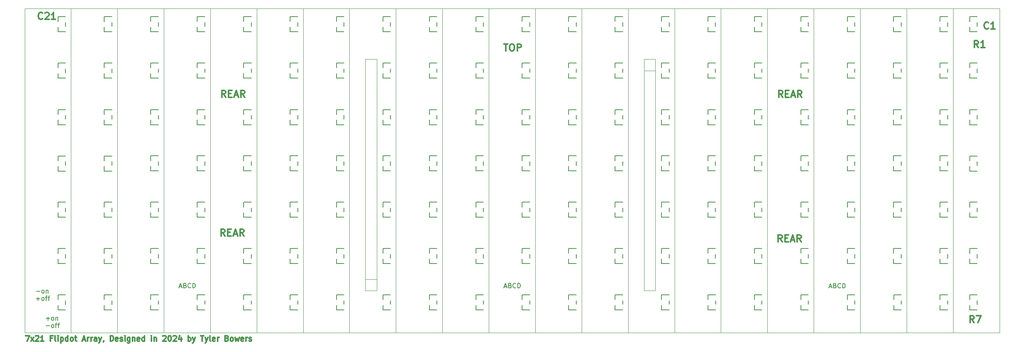
<source format=gto>
G04 #@! TF.GenerationSoftware,KiCad,Pcbnew,8.0.6-8.0.6-0~ubuntu24.04.1*
G04 #@! TF.CreationDate,2024-11-10T23:39:51-05:00*
G04 #@! TF.ProjectId,array,61727261-792e-46b6-9963-61645f706362,rev?*
G04 #@! TF.SameCoordinates,Original*
G04 #@! TF.FileFunction,Legend,Top*
G04 #@! TF.FilePolarity,Positive*
%FSLAX46Y46*%
G04 Gerber Fmt 4.6, Leading zero omitted, Abs format (unit mm)*
G04 Created by KiCad (PCBNEW 8.0.6-8.0.6-0~ubuntu24.04.1) date 2024-11-10 23:39:51*
%MOMM*%
%LPD*%
G01*
G04 APERTURE LIST*
%ADD10C,0.200000*%
%ADD11C,0.300000*%
%ADD12C,0.152400*%
%ADD13C,0.120000*%
%ADD14C,0.100000*%
%ADD15R,0.889000X0.812800*%
%ADD16C,1.500000*%
%ADD17C,2.000000*%
G04 APERTURE END LIST*
D10*
X152269554Y-108316504D02*
X152745744Y-108316504D01*
X152174316Y-108602219D02*
X152507649Y-107602219D01*
X152507649Y-107602219D02*
X152840982Y-108602219D01*
X153507649Y-108078409D02*
X153650506Y-108126028D01*
X153650506Y-108126028D02*
X153698125Y-108173647D01*
X153698125Y-108173647D02*
X153745744Y-108268885D01*
X153745744Y-108268885D02*
X153745744Y-108411742D01*
X153745744Y-108411742D02*
X153698125Y-108506980D01*
X153698125Y-108506980D02*
X153650506Y-108554600D01*
X153650506Y-108554600D02*
X153555268Y-108602219D01*
X153555268Y-108602219D02*
X153174316Y-108602219D01*
X153174316Y-108602219D02*
X153174316Y-107602219D01*
X153174316Y-107602219D02*
X153507649Y-107602219D01*
X153507649Y-107602219D02*
X153602887Y-107649838D01*
X153602887Y-107649838D02*
X153650506Y-107697457D01*
X153650506Y-107697457D02*
X153698125Y-107792695D01*
X153698125Y-107792695D02*
X153698125Y-107887933D01*
X153698125Y-107887933D02*
X153650506Y-107983171D01*
X153650506Y-107983171D02*
X153602887Y-108030790D01*
X153602887Y-108030790D02*
X153507649Y-108078409D01*
X153507649Y-108078409D02*
X153174316Y-108078409D01*
X154745744Y-108506980D02*
X154698125Y-108554600D01*
X154698125Y-108554600D02*
X154555268Y-108602219D01*
X154555268Y-108602219D02*
X154460030Y-108602219D01*
X154460030Y-108602219D02*
X154317173Y-108554600D01*
X154317173Y-108554600D02*
X154221935Y-108459361D01*
X154221935Y-108459361D02*
X154174316Y-108364123D01*
X154174316Y-108364123D02*
X154126697Y-108173647D01*
X154126697Y-108173647D02*
X154126697Y-108030790D01*
X154126697Y-108030790D02*
X154174316Y-107840314D01*
X154174316Y-107840314D02*
X154221935Y-107745076D01*
X154221935Y-107745076D02*
X154317173Y-107649838D01*
X154317173Y-107649838D02*
X154460030Y-107602219D01*
X154460030Y-107602219D02*
X154555268Y-107602219D01*
X154555268Y-107602219D02*
X154698125Y-107649838D01*
X154698125Y-107649838D02*
X154745744Y-107697457D01*
X155174316Y-108602219D02*
X155174316Y-107602219D01*
X155174316Y-107602219D02*
X155412411Y-107602219D01*
X155412411Y-107602219D02*
X155555268Y-107649838D01*
X155555268Y-107649838D02*
X155650506Y-107745076D01*
X155650506Y-107745076D02*
X155698125Y-107840314D01*
X155698125Y-107840314D02*
X155745744Y-108030790D01*
X155745744Y-108030790D02*
X155745744Y-108173647D01*
X155745744Y-108173647D02*
X155698125Y-108364123D01*
X155698125Y-108364123D02*
X155650506Y-108459361D01*
X155650506Y-108459361D02*
X155555268Y-108554600D01*
X155555268Y-108554600D02*
X155412411Y-108602219D01*
X155412411Y-108602219D02*
X155174316Y-108602219D01*
X52069673Y-115311322D02*
X52831578Y-115311322D01*
X52450625Y-115692275D02*
X52450625Y-114930370D01*
X53450625Y-115692275D02*
X53355387Y-115644656D01*
X53355387Y-115644656D02*
X53307768Y-115597036D01*
X53307768Y-115597036D02*
X53260149Y-115501798D01*
X53260149Y-115501798D02*
X53260149Y-115216084D01*
X53260149Y-115216084D02*
X53307768Y-115120846D01*
X53307768Y-115120846D02*
X53355387Y-115073227D01*
X53355387Y-115073227D02*
X53450625Y-115025608D01*
X53450625Y-115025608D02*
X53593482Y-115025608D01*
X53593482Y-115025608D02*
X53688720Y-115073227D01*
X53688720Y-115073227D02*
X53736339Y-115120846D01*
X53736339Y-115120846D02*
X53783958Y-115216084D01*
X53783958Y-115216084D02*
X53783958Y-115501798D01*
X53783958Y-115501798D02*
X53736339Y-115597036D01*
X53736339Y-115597036D02*
X53688720Y-115644656D01*
X53688720Y-115644656D02*
X53593482Y-115692275D01*
X53593482Y-115692275D02*
X53450625Y-115692275D01*
X54212530Y-115025608D02*
X54212530Y-115692275D01*
X54212530Y-115120846D02*
X54260149Y-115073227D01*
X54260149Y-115073227D02*
X54355387Y-115025608D01*
X54355387Y-115025608D02*
X54498244Y-115025608D01*
X54498244Y-115025608D02*
X54593482Y-115073227D01*
X54593482Y-115073227D02*
X54641101Y-115168465D01*
X54641101Y-115168465D02*
X54641101Y-115692275D01*
X52069673Y-116921266D02*
X52831578Y-116921266D01*
X53450625Y-117302219D02*
X53355387Y-117254600D01*
X53355387Y-117254600D02*
X53307768Y-117206980D01*
X53307768Y-117206980D02*
X53260149Y-117111742D01*
X53260149Y-117111742D02*
X53260149Y-116826028D01*
X53260149Y-116826028D02*
X53307768Y-116730790D01*
X53307768Y-116730790D02*
X53355387Y-116683171D01*
X53355387Y-116683171D02*
X53450625Y-116635552D01*
X53450625Y-116635552D02*
X53593482Y-116635552D01*
X53593482Y-116635552D02*
X53688720Y-116683171D01*
X53688720Y-116683171D02*
X53736339Y-116730790D01*
X53736339Y-116730790D02*
X53783958Y-116826028D01*
X53783958Y-116826028D02*
X53783958Y-117111742D01*
X53783958Y-117111742D02*
X53736339Y-117206980D01*
X53736339Y-117206980D02*
X53688720Y-117254600D01*
X53688720Y-117254600D02*
X53593482Y-117302219D01*
X53593482Y-117302219D02*
X53450625Y-117302219D01*
X54069673Y-116635552D02*
X54450625Y-116635552D01*
X54212530Y-117302219D02*
X54212530Y-116445076D01*
X54212530Y-116445076D02*
X54260149Y-116349838D01*
X54260149Y-116349838D02*
X54355387Y-116302219D01*
X54355387Y-116302219D02*
X54450625Y-116302219D01*
X54641102Y-116635552D02*
X55022054Y-116635552D01*
X54783959Y-117302219D02*
X54783959Y-116445076D01*
X54783959Y-116445076D02*
X54831578Y-116349838D01*
X54831578Y-116349838D02*
X54926816Y-116302219D01*
X54926816Y-116302219D02*
X55022054Y-116302219D01*
D11*
X258059153Y-51717971D02*
X257987725Y-51789400D01*
X257987725Y-51789400D02*
X257773439Y-51860828D01*
X257773439Y-51860828D02*
X257630582Y-51860828D01*
X257630582Y-51860828D02*
X257416296Y-51789400D01*
X257416296Y-51789400D02*
X257273439Y-51646542D01*
X257273439Y-51646542D02*
X257202010Y-51503685D01*
X257202010Y-51503685D02*
X257130582Y-51217971D01*
X257130582Y-51217971D02*
X257130582Y-51003685D01*
X257130582Y-51003685D02*
X257202010Y-50717971D01*
X257202010Y-50717971D02*
X257273439Y-50575114D01*
X257273439Y-50575114D02*
X257416296Y-50432257D01*
X257416296Y-50432257D02*
X257630582Y-50360828D01*
X257630582Y-50360828D02*
X257773439Y-50360828D01*
X257773439Y-50360828D02*
X257987725Y-50432257D01*
X257987725Y-50432257D02*
X258059153Y-50503685D01*
X259487725Y-51860828D02*
X258630582Y-51860828D01*
X259059153Y-51860828D02*
X259059153Y-50360828D01*
X259059153Y-50360828D02*
X258916296Y-50575114D01*
X258916296Y-50575114D02*
X258773439Y-50717971D01*
X258773439Y-50717971D02*
X258630582Y-50789400D01*
X255859153Y-55910828D02*
X255359153Y-55196542D01*
X255002010Y-55910828D02*
X255002010Y-54410828D01*
X255002010Y-54410828D02*
X255573439Y-54410828D01*
X255573439Y-54410828D02*
X255716296Y-54482257D01*
X255716296Y-54482257D02*
X255787725Y-54553685D01*
X255787725Y-54553685D02*
X255859153Y-54696542D01*
X255859153Y-54696542D02*
X255859153Y-54910828D01*
X255859153Y-54910828D02*
X255787725Y-55053685D01*
X255787725Y-55053685D02*
X255716296Y-55125114D01*
X255716296Y-55125114D02*
X255573439Y-55196542D01*
X255573439Y-55196542D02*
X255002010Y-55196542D01*
X257287725Y-55910828D02*
X256430582Y-55910828D01*
X256859153Y-55910828D02*
X256859153Y-54410828D01*
X256859153Y-54410828D02*
X256716296Y-54625114D01*
X256716296Y-54625114D02*
X256573439Y-54767971D01*
X256573439Y-54767971D02*
X256430582Y-54839400D01*
X212984153Y-98485828D02*
X212484153Y-97771542D01*
X212127010Y-98485828D02*
X212127010Y-96985828D01*
X212127010Y-96985828D02*
X212698439Y-96985828D01*
X212698439Y-96985828D02*
X212841296Y-97057257D01*
X212841296Y-97057257D02*
X212912725Y-97128685D01*
X212912725Y-97128685D02*
X212984153Y-97271542D01*
X212984153Y-97271542D02*
X212984153Y-97485828D01*
X212984153Y-97485828D02*
X212912725Y-97628685D01*
X212912725Y-97628685D02*
X212841296Y-97700114D01*
X212841296Y-97700114D02*
X212698439Y-97771542D01*
X212698439Y-97771542D02*
X212127010Y-97771542D01*
X213627010Y-97700114D02*
X214127010Y-97700114D01*
X214341296Y-98485828D02*
X213627010Y-98485828D01*
X213627010Y-98485828D02*
X213627010Y-96985828D01*
X213627010Y-96985828D02*
X214341296Y-96985828D01*
X214912725Y-98057257D02*
X215627011Y-98057257D01*
X214769868Y-98485828D02*
X215269868Y-96985828D01*
X215269868Y-96985828D02*
X215769868Y-98485828D01*
X217127010Y-98485828D02*
X216627010Y-97771542D01*
X216269867Y-98485828D02*
X216269867Y-96985828D01*
X216269867Y-96985828D02*
X216841296Y-96985828D01*
X216841296Y-96985828D02*
X216984153Y-97057257D01*
X216984153Y-97057257D02*
X217055582Y-97128685D01*
X217055582Y-97128685D02*
X217127010Y-97271542D01*
X217127010Y-97271542D02*
X217127010Y-97485828D01*
X217127010Y-97485828D02*
X217055582Y-97628685D01*
X217055582Y-97628685D02*
X216984153Y-97700114D01*
X216984153Y-97700114D02*
X216841296Y-97771542D01*
X216841296Y-97771542D02*
X216269867Y-97771542D01*
X51284153Y-49617971D02*
X51212725Y-49689400D01*
X51212725Y-49689400D02*
X50998439Y-49760828D01*
X50998439Y-49760828D02*
X50855582Y-49760828D01*
X50855582Y-49760828D02*
X50641296Y-49689400D01*
X50641296Y-49689400D02*
X50498439Y-49546542D01*
X50498439Y-49546542D02*
X50427010Y-49403685D01*
X50427010Y-49403685D02*
X50355582Y-49117971D01*
X50355582Y-49117971D02*
X50355582Y-48903685D01*
X50355582Y-48903685D02*
X50427010Y-48617971D01*
X50427010Y-48617971D02*
X50498439Y-48475114D01*
X50498439Y-48475114D02*
X50641296Y-48332257D01*
X50641296Y-48332257D02*
X50855582Y-48260828D01*
X50855582Y-48260828D02*
X50998439Y-48260828D01*
X50998439Y-48260828D02*
X51212725Y-48332257D01*
X51212725Y-48332257D02*
X51284153Y-48403685D01*
X51855582Y-48403685D02*
X51927010Y-48332257D01*
X51927010Y-48332257D02*
X52069868Y-48260828D01*
X52069868Y-48260828D02*
X52427010Y-48260828D01*
X52427010Y-48260828D02*
X52569868Y-48332257D01*
X52569868Y-48332257D02*
X52641296Y-48403685D01*
X52641296Y-48403685D02*
X52712725Y-48546542D01*
X52712725Y-48546542D02*
X52712725Y-48689400D01*
X52712725Y-48689400D02*
X52641296Y-48903685D01*
X52641296Y-48903685D02*
X51784153Y-49760828D01*
X51784153Y-49760828D02*
X52712725Y-49760828D01*
X54141296Y-49760828D02*
X53284153Y-49760828D01*
X53712724Y-49760828D02*
X53712724Y-48260828D01*
X53712724Y-48260828D02*
X53569867Y-48475114D01*
X53569867Y-48475114D02*
X53427010Y-48617971D01*
X53427010Y-48617971D02*
X53284153Y-48689400D01*
X91334153Y-66810828D02*
X90834153Y-66096542D01*
X90477010Y-66810828D02*
X90477010Y-65310828D01*
X90477010Y-65310828D02*
X91048439Y-65310828D01*
X91048439Y-65310828D02*
X91191296Y-65382257D01*
X91191296Y-65382257D02*
X91262725Y-65453685D01*
X91262725Y-65453685D02*
X91334153Y-65596542D01*
X91334153Y-65596542D02*
X91334153Y-65810828D01*
X91334153Y-65810828D02*
X91262725Y-65953685D01*
X91262725Y-65953685D02*
X91191296Y-66025114D01*
X91191296Y-66025114D02*
X91048439Y-66096542D01*
X91048439Y-66096542D02*
X90477010Y-66096542D01*
X91977010Y-66025114D02*
X92477010Y-66025114D01*
X92691296Y-66810828D02*
X91977010Y-66810828D01*
X91977010Y-66810828D02*
X91977010Y-65310828D01*
X91977010Y-65310828D02*
X92691296Y-65310828D01*
X93262725Y-66382257D02*
X93977011Y-66382257D01*
X93119868Y-66810828D02*
X93619868Y-65310828D01*
X93619868Y-65310828D02*
X94119868Y-66810828D01*
X95477010Y-66810828D02*
X94977010Y-66096542D01*
X94619867Y-66810828D02*
X94619867Y-65310828D01*
X94619867Y-65310828D02*
X95191296Y-65310828D01*
X95191296Y-65310828D02*
X95334153Y-65382257D01*
X95334153Y-65382257D02*
X95405582Y-65453685D01*
X95405582Y-65453685D02*
X95477010Y-65596542D01*
X95477010Y-65596542D02*
X95477010Y-65810828D01*
X95477010Y-65810828D02*
X95405582Y-65953685D01*
X95405582Y-65953685D02*
X95334153Y-66025114D01*
X95334153Y-66025114D02*
X95191296Y-66096542D01*
X95191296Y-66096542D02*
X94619867Y-66096542D01*
X47593796Y-119057542D02*
X48393796Y-119057542D01*
X48393796Y-119057542D02*
X47879510Y-120257542D01*
X48736653Y-120257542D02*
X49365225Y-119457542D01*
X48736653Y-119457542D02*
X49365225Y-120257542D01*
X49765225Y-119171828D02*
X49822368Y-119114685D01*
X49822368Y-119114685D02*
X49936654Y-119057542D01*
X49936654Y-119057542D02*
X50222368Y-119057542D01*
X50222368Y-119057542D02*
X50336654Y-119114685D01*
X50336654Y-119114685D02*
X50393796Y-119171828D01*
X50393796Y-119171828D02*
X50450939Y-119286114D01*
X50450939Y-119286114D02*
X50450939Y-119400400D01*
X50450939Y-119400400D02*
X50393796Y-119571828D01*
X50393796Y-119571828D02*
X49708082Y-120257542D01*
X49708082Y-120257542D02*
X50450939Y-120257542D01*
X51593796Y-120257542D02*
X50908082Y-120257542D01*
X51250939Y-120257542D02*
X51250939Y-119057542D01*
X51250939Y-119057542D02*
X51136653Y-119228971D01*
X51136653Y-119228971D02*
X51022368Y-119343257D01*
X51022368Y-119343257D02*
X50908082Y-119400400D01*
X53422368Y-119628971D02*
X53022368Y-119628971D01*
X53022368Y-120257542D02*
X53022368Y-119057542D01*
X53022368Y-119057542D02*
X53593796Y-119057542D01*
X54222367Y-120257542D02*
X54108082Y-120200400D01*
X54108082Y-120200400D02*
X54050939Y-120086114D01*
X54050939Y-120086114D02*
X54050939Y-119057542D01*
X54679510Y-120257542D02*
X54679510Y-119457542D01*
X54679510Y-119057542D02*
X54622367Y-119114685D01*
X54622367Y-119114685D02*
X54679510Y-119171828D01*
X54679510Y-119171828D02*
X54736653Y-119114685D01*
X54736653Y-119114685D02*
X54679510Y-119057542D01*
X54679510Y-119057542D02*
X54679510Y-119171828D01*
X55250939Y-119457542D02*
X55250939Y-120657542D01*
X55250939Y-119514685D02*
X55365225Y-119457542D01*
X55365225Y-119457542D02*
X55593796Y-119457542D01*
X55593796Y-119457542D02*
X55708082Y-119514685D01*
X55708082Y-119514685D02*
X55765225Y-119571828D01*
X55765225Y-119571828D02*
X55822367Y-119686114D01*
X55822367Y-119686114D02*
X55822367Y-120028971D01*
X55822367Y-120028971D02*
X55765225Y-120143257D01*
X55765225Y-120143257D02*
X55708082Y-120200400D01*
X55708082Y-120200400D02*
X55593796Y-120257542D01*
X55593796Y-120257542D02*
X55365225Y-120257542D01*
X55365225Y-120257542D02*
X55250939Y-120200400D01*
X56850939Y-120257542D02*
X56850939Y-119057542D01*
X56850939Y-120200400D02*
X56736653Y-120257542D01*
X56736653Y-120257542D02*
X56508081Y-120257542D01*
X56508081Y-120257542D02*
X56393796Y-120200400D01*
X56393796Y-120200400D02*
X56336653Y-120143257D01*
X56336653Y-120143257D02*
X56279510Y-120028971D01*
X56279510Y-120028971D02*
X56279510Y-119686114D01*
X56279510Y-119686114D02*
X56336653Y-119571828D01*
X56336653Y-119571828D02*
X56393796Y-119514685D01*
X56393796Y-119514685D02*
X56508081Y-119457542D01*
X56508081Y-119457542D02*
X56736653Y-119457542D01*
X56736653Y-119457542D02*
X56850939Y-119514685D01*
X57593795Y-120257542D02*
X57479510Y-120200400D01*
X57479510Y-120200400D02*
X57422367Y-120143257D01*
X57422367Y-120143257D02*
X57365224Y-120028971D01*
X57365224Y-120028971D02*
X57365224Y-119686114D01*
X57365224Y-119686114D02*
X57422367Y-119571828D01*
X57422367Y-119571828D02*
X57479510Y-119514685D01*
X57479510Y-119514685D02*
X57593795Y-119457542D01*
X57593795Y-119457542D02*
X57765224Y-119457542D01*
X57765224Y-119457542D02*
X57879510Y-119514685D01*
X57879510Y-119514685D02*
X57936653Y-119571828D01*
X57936653Y-119571828D02*
X57993795Y-119686114D01*
X57993795Y-119686114D02*
X57993795Y-120028971D01*
X57993795Y-120028971D02*
X57936653Y-120143257D01*
X57936653Y-120143257D02*
X57879510Y-120200400D01*
X57879510Y-120200400D02*
X57765224Y-120257542D01*
X57765224Y-120257542D02*
X57593795Y-120257542D01*
X58336652Y-119457542D02*
X58793795Y-119457542D01*
X58508081Y-119057542D02*
X58508081Y-120086114D01*
X58508081Y-120086114D02*
X58565224Y-120200400D01*
X58565224Y-120200400D02*
X58679509Y-120257542D01*
X58679509Y-120257542D02*
X58793795Y-120257542D01*
X60050938Y-119914685D02*
X60622367Y-119914685D01*
X59936652Y-120257542D02*
X60336652Y-119057542D01*
X60336652Y-119057542D02*
X60736652Y-120257542D01*
X61136652Y-120257542D02*
X61136652Y-119457542D01*
X61136652Y-119686114D02*
X61193795Y-119571828D01*
X61193795Y-119571828D02*
X61250938Y-119514685D01*
X61250938Y-119514685D02*
X61365223Y-119457542D01*
X61365223Y-119457542D02*
X61479509Y-119457542D01*
X61879509Y-120257542D02*
X61879509Y-119457542D01*
X61879509Y-119686114D02*
X61936652Y-119571828D01*
X61936652Y-119571828D02*
X61993795Y-119514685D01*
X61993795Y-119514685D02*
X62108080Y-119457542D01*
X62108080Y-119457542D02*
X62222366Y-119457542D01*
X63136652Y-120257542D02*
X63136652Y-119628971D01*
X63136652Y-119628971D02*
X63079509Y-119514685D01*
X63079509Y-119514685D02*
X62965223Y-119457542D01*
X62965223Y-119457542D02*
X62736652Y-119457542D01*
X62736652Y-119457542D02*
X62622366Y-119514685D01*
X63136652Y-120200400D02*
X63022366Y-120257542D01*
X63022366Y-120257542D02*
X62736652Y-120257542D01*
X62736652Y-120257542D02*
X62622366Y-120200400D01*
X62622366Y-120200400D02*
X62565223Y-120086114D01*
X62565223Y-120086114D02*
X62565223Y-119971828D01*
X62565223Y-119971828D02*
X62622366Y-119857542D01*
X62622366Y-119857542D02*
X62736652Y-119800400D01*
X62736652Y-119800400D02*
X63022366Y-119800400D01*
X63022366Y-119800400D02*
X63136652Y-119743257D01*
X63593794Y-119457542D02*
X63879508Y-120257542D01*
X64165223Y-119457542D02*
X63879508Y-120257542D01*
X63879508Y-120257542D02*
X63765223Y-120543257D01*
X63765223Y-120543257D02*
X63708080Y-120600400D01*
X63708080Y-120600400D02*
X63593794Y-120657542D01*
X64679509Y-120200400D02*
X64679509Y-120257542D01*
X64679509Y-120257542D02*
X64622366Y-120371828D01*
X64622366Y-120371828D02*
X64565223Y-120428971D01*
X66108081Y-120257542D02*
X66108081Y-119057542D01*
X66108081Y-119057542D02*
X66393795Y-119057542D01*
X66393795Y-119057542D02*
X66565224Y-119114685D01*
X66565224Y-119114685D02*
X66679509Y-119228971D01*
X66679509Y-119228971D02*
X66736652Y-119343257D01*
X66736652Y-119343257D02*
X66793795Y-119571828D01*
X66793795Y-119571828D02*
X66793795Y-119743257D01*
X66793795Y-119743257D02*
X66736652Y-119971828D01*
X66736652Y-119971828D02*
X66679509Y-120086114D01*
X66679509Y-120086114D02*
X66565224Y-120200400D01*
X66565224Y-120200400D02*
X66393795Y-120257542D01*
X66393795Y-120257542D02*
X66108081Y-120257542D01*
X67765224Y-120200400D02*
X67650938Y-120257542D01*
X67650938Y-120257542D02*
X67422367Y-120257542D01*
X67422367Y-120257542D02*
X67308081Y-120200400D01*
X67308081Y-120200400D02*
X67250938Y-120086114D01*
X67250938Y-120086114D02*
X67250938Y-119628971D01*
X67250938Y-119628971D02*
X67308081Y-119514685D01*
X67308081Y-119514685D02*
X67422367Y-119457542D01*
X67422367Y-119457542D02*
X67650938Y-119457542D01*
X67650938Y-119457542D02*
X67765224Y-119514685D01*
X67765224Y-119514685D02*
X67822367Y-119628971D01*
X67822367Y-119628971D02*
X67822367Y-119743257D01*
X67822367Y-119743257D02*
X67250938Y-119857542D01*
X68279509Y-120200400D02*
X68393795Y-120257542D01*
X68393795Y-120257542D02*
X68622366Y-120257542D01*
X68622366Y-120257542D02*
X68736652Y-120200400D01*
X68736652Y-120200400D02*
X68793795Y-120086114D01*
X68793795Y-120086114D02*
X68793795Y-120028971D01*
X68793795Y-120028971D02*
X68736652Y-119914685D01*
X68736652Y-119914685D02*
X68622366Y-119857542D01*
X68622366Y-119857542D02*
X68450938Y-119857542D01*
X68450938Y-119857542D02*
X68336652Y-119800400D01*
X68336652Y-119800400D02*
X68279509Y-119686114D01*
X68279509Y-119686114D02*
X68279509Y-119628971D01*
X68279509Y-119628971D02*
X68336652Y-119514685D01*
X68336652Y-119514685D02*
X68450938Y-119457542D01*
X68450938Y-119457542D02*
X68622366Y-119457542D01*
X68622366Y-119457542D02*
X68736652Y-119514685D01*
X69308081Y-120257542D02*
X69308081Y-119457542D01*
X69308081Y-119057542D02*
X69250938Y-119114685D01*
X69250938Y-119114685D02*
X69308081Y-119171828D01*
X69308081Y-119171828D02*
X69365224Y-119114685D01*
X69365224Y-119114685D02*
X69308081Y-119057542D01*
X69308081Y-119057542D02*
X69308081Y-119171828D01*
X70393796Y-119457542D02*
X70393796Y-120428971D01*
X70393796Y-120428971D02*
X70336653Y-120543257D01*
X70336653Y-120543257D02*
X70279510Y-120600400D01*
X70279510Y-120600400D02*
X70165224Y-120657542D01*
X70165224Y-120657542D02*
X69993796Y-120657542D01*
X69993796Y-120657542D02*
X69879510Y-120600400D01*
X70393796Y-120200400D02*
X70279510Y-120257542D01*
X70279510Y-120257542D02*
X70050938Y-120257542D01*
X70050938Y-120257542D02*
X69936653Y-120200400D01*
X69936653Y-120200400D02*
X69879510Y-120143257D01*
X69879510Y-120143257D02*
X69822367Y-120028971D01*
X69822367Y-120028971D02*
X69822367Y-119686114D01*
X69822367Y-119686114D02*
X69879510Y-119571828D01*
X69879510Y-119571828D02*
X69936653Y-119514685D01*
X69936653Y-119514685D02*
X70050938Y-119457542D01*
X70050938Y-119457542D02*
X70279510Y-119457542D01*
X70279510Y-119457542D02*
X70393796Y-119514685D01*
X70965224Y-119457542D02*
X70965224Y-120257542D01*
X70965224Y-119571828D02*
X71022367Y-119514685D01*
X71022367Y-119514685D02*
X71136652Y-119457542D01*
X71136652Y-119457542D02*
X71308081Y-119457542D01*
X71308081Y-119457542D02*
X71422367Y-119514685D01*
X71422367Y-119514685D02*
X71479510Y-119628971D01*
X71479510Y-119628971D02*
X71479510Y-120257542D01*
X72508081Y-120200400D02*
X72393795Y-120257542D01*
X72393795Y-120257542D02*
X72165224Y-120257542D01*
X72165224Y-120257542D02*
X72050938Y-120200400D01*
X72050938Y-120200400D02*
X71993795Y-120086114D01*
X71993795Y-120086114D02*
X71993795Y-119628971D01*
X71993795Y-119628971D02*
X72050938Y-119514685D01*
X72050938Y-119514685D02*
X72165224Y-119457542D01*
X72165224Y-119457542D02*
X72393795Y-119457542D01*
X72393795Y-119457542D02*
X72508081Y-119514685D01*
X72508081Y-119514685D02*
X72565224Y-119628971D01*
X72565224Y-119628971D02*
X72565224Y-119743257D01*
X72565224Y-119743257D02*
X71993795Y-119857542D01*
X73593795Y-120257542D02*
X73593795Y-119057542D01*
X73593795Y-120200400D02*
X73479509Y-120257542D01*
X73479509Y-120257542D02*
X73250937Y-120257542D01*
X73250937Y-120257542D02*
X73136652Y-120200400D01*
X73136652Y-120200400D02*
X73079509Y-120143257D01*
X73079509Y-120143257D02*
X73022366Y-120028971D01*
X73022366Y-120028971D02*
X73022366Y-119686114D01*
X73022366Y-119686114D02*
X73079509Y-119571828D01*
X73079509Y-119571828D02*
X73136652Y-119514685D01*
X73136652Y-119514685D02*
X73250937Y-119457542D01*
X73250937Y-119457542D02*
X73479509Y-119457542D01*
X73479509Y-119457542D02*
X73593795Y-119514685D01*
X75079509Y-120257542D02*
X75079509Y-119457542D01*
X75079509Y-119057542D02*
X75022366Y-119114685D01*
X75022366Y-119114685D02*
X75079509Y-119171828D01*
X75079509Y-119171828D02*
X75136652Y-119114685D01*
X75136652Y-119114685D02*
X75079509Y-119057542D01*
X75079509Y-119057542D02*
X75079509Y-119171828D01*
X75650938Y-119457542D02*
X75650938Y-120257542D01*
X75650938Y-119571828D02*
X75708081Y-119514685D01*
X75708081Y-119514685D02*
X75822366Y-119457542D01*
X75822366Y-119457542D02*
X75993795Y-119457542D01*
X75993795Y-119457542D02*
X76108081Y-119514685D01*
X76108081Y-119514685D02*
X76165224Y-119628971D01*
X76165224Y-119628971D02*
X76165224Y-120257542D01*
X77593795Y-119171828D02*
X77650938Y-119114685D01*
X77650938Y-119114685D02*
X77765224Y-119057542D01*
X77765224Y-119057542D02*
X78050938Y-119057542D01*
X78050938Y-119057542D02*
X78165224Y-119114685D01*
X78165224Y-119114685D02*
X78222366Y-119171828D01*
X78222366Y-119171828D02*
X78279509Y-119286114D01*
X78279509Y-119286114D02*
X78279509Y-119400400D01*
X78279509Y-119400400D02*
X78222366Y-119571828D01*
X78222366Y-119571828D02*
X77536652Y-120257542D01*
X77536652Y-120257542D02*
X78279509Y-120257542D01*
X79022366Y-119057542D02*
X79136652Y-119057542D01*
X79136652Y-119057542D02*
X79250938Y-119114685D01*
X79250938Y-119114685D02*
X79308081Y-119171828D01*
X79308081Y-119171828D02*
X79365223Y-119286114D01*
X79365223Y-119286114D02*
X79422366Y-119514685D01*
X79422366Y-119514685D02*
X79422366Y-119800400D01*
X79422366Y-119800400D02*
X79365223Y-120028971D01*
X79365223Y-120028971D02*
X79308081Y-120143257D01*
X79308081Y-120143257D02*
X79250938Y-120200400D01*
X79250938Y-120200400D02*
X79136652Y-120257542D01*
X79136652Y-120257542D02*
X79022366Y-120257542D01*
X79022366Y-120257542D02*
X78908081Y-120200400D01*
X78908081Y-120200400D02*
X78850938Y-120143257D01*
X78850938Y-120143257D02*
X78793795Y-120028971D01*
X78793795Y-120028971D02*
X78736652Y-119800400D01*
X78736652Y-119800400D02*
X78736652Y-119514685D01*
X78736652Y-119514685D02*
X78793795Y-119286114D01*
X78793795Y-119286114D02*
X78850938Y-119171828D01*
X78850938Y-119171828D02*
X78908081Y-119114685D01*
X78908081Y-119114685D02*
X79022366Y-119057542D01*
X79879509Y-119171828D02*
X79936652Y-119114685D01*
X79936652Y-119114685D02*
X80050938Y-119057542D01*
X80050938Y-119057542D02*
X80336652Y-119057542D01*
X80336652Y-119057542D02*
X80450938Y-119114685D01*
X80450938Y-119114685D02*
X80508080Y-119171828D01*
X80508080Y-119171828D02*
X80565223Y-119286114D01*
X80565223Y-119286114D02*
X80565223Y-119400400D01*
X80565223Y-119400400D02*
X80508080Y-119571828D01*
X80508080Y-119571828D02*
X79822366Y-120257542D01*
X79822366Y-120257542D02*
X80565223Y-120257542D01*
X81593795Y-119457542D02*
X81593795Y-120257542D01*
X81308080Y-119000400D02*
X81022366Y-119857542D01*
X81022366Y-119857542D02*
X81765223Y-119857542D01*
X83136652Y-120257542D02*
X83136652Y-119057542D01*
X83136652Y-119514685D02*
X83250938Y-119457542D01*
X83250938Y-119457542D02*
X83479509Y-119457542D01*
X83479509Y-119457542D02*
X83593795Y-119514685D01*
X83593795Y-119514685D02*
X83650938Y-119571828D01*
X83650938Y-119571828D02*
X83708080Y-119686114D01*
X83708080Y-119686114D02*
X83708080Y-120028971D01*
X83708080Y-120028971D02*
X83650938Y-120143257D01*
X83650938Y-120143257D02*
X83593795Y-120200400D01*
X83593795Y-120200400D02*
X83479509Y-120257542D01*
X83479509Y-120257542D02*
X83250938Y-120257542D01*
X83250938Y-120257542D02*
X83136652Y-120200400D01*
X84108080Y-119457542D02*
X84393794Y-120257542D01*
X84679509Y-119457542D02*
X84393794Y-120257542D01*
X84393794Y-120257542D02*
X84279509Y-120543257D01*
X84279509Y-120543257D02*
X84222366Y-120600400D01*
X84222366Y-120600400D02*
X84108080Y-120657542D01*
X85879509Y-119057542D02*
X86565224Y-119057542D01*
X86222366Y-120257542D02*
X86222366Y-119057542D01*
X86850938Y-119457542D02*
X87136652Y-120257542D01*
X87422367Y-119457542D02*
X87136652Y-120257542D01*
X87136652Y-120257542D02*
X87022367Y-120543257D01*
X87022367Y-120543257D02*
X86965224Y-120600400D01*
X86965224Y-120600400D02*
X86850938Y-120657542D01*
X88050938Y-120257542D02*
X87936653Y-120200400D01*
X87936653Y-120200400D02*
X87879510Y-120086114D01*
X87879510Y-120086114D02*
X87879510Y-119057542D01*
X88965224Y-120200400D02*
X88850938Y-120257542D01*
X88850938Y-120257542D02*
X88622367Y-120257542D01*
X88622367Y-120257542D02*
X88508081Y-120200400D01*
X88508081Y-120200400D02*
X88450938Y-120086114D01*
X88450938Y-120086114D02*
X88450938Y-119628971D01*
X88450938Y-119628971D02*
X88508081Y-119514685D01*
X88508081Y-119514685D02*
X88622367Y-119457542D01*
X88622367Y-119457542D02*
X88850938Y-119457542D01*
X88850938Y-119457542D02*
X88965224Y-119514685D01*
X88965224Y-119514685D02*
X89022367Y-119628971D01*
X89022367Y-119628971D02*
X89022367Y-119743257D01*
X89022367Y-119743257D02*
X88450938Y-119857542D01*
X89536652Y-120257542D02*
X89536652Y-119457542D01*
X89536652Y-119686114D02*
X89593795Y-119571828D01*
X89593795Y-119571828D02*
X89650938Y-119514685D01*
X89650938Y-119514685D02*
X89765223Y-119457542D01*
X89765223Y-119457542D02*
X89879509Y-119457542D01*
X91593795Y-119628971D02*
X91765223Y-119686114D01*
X91765223Y-119686114D02*
X91822366Y-119743257D01*
X91822366Y-119743257D02*
X91879509Y-119857542D01*
X91879509Y-119857542D02*
X91879509Y-120028971D01*
X91879509Y-120028971D02*
X91822366Y-120143257D01*
X91822366Y-120143257D02*
X91765223Y-120200400D01*
X91765223Y-120200400D02*
X91650938Y-120257542D01*
X91650938Y-120257542D02*
X91193795Y-120257542D01*
X91193795Y-120257542D02*
X91193795Y-119057542D01*
X91193795Y-119057542D02*
X91593795Y-119057542D01*
X91593795Y-119057542D02*
X91708081Y-119114685D01*
X91708081Y-119114685D02*
X91765223Y-119171828D01*
X91765223Y-119171828D02*
X91822366Y-119286114D01*
X91822366Y-119286114D02*
X91822366Y-119400400D01*
X91822366Y-119400400D02*
X91765223Y-119514685D01*
X91765223Y-119514685D02*
X91708081Y-119571828D01*
X91708081Y-119571828D02*
X91593795Y-119628971D01*
X91593795Y-119628971D02*
X91193795Y-119628971D01*
X92565223Y-120257542D02*
X92450938Y-120200400D01*
X92450938Y-120200400D02*
X92393795Y-120143257D01*
X92393795Y-120143257D02*
X92336652Y-120028971D01*
X92336652Y-120028971D02*
X92336652Y-119686114D01*
X92336652Y-119686114D02*
X92393795Y-119571828D01*
X92393795Y-119571828D02*
X92450938Y-119514685D01*
X92450938Y-119514685D02*
X92565223Y-119457542D01*
X92565223Y-119457542D02*
X92736652Y-119457542D01*
X92736652Y-119457542D02*
X92850938Y-119514685D01*
X92850938Y-119514685D02*
X92908081Y-119571828D01*
X92908081Y-119571828D02*
X92965223Y-119686114D01*
X92965223Y-119686114D02*
X92965223Y-120028971D01*
X92965223Y-120028971D02*
X92908081Y-120143257D01*
X92908081Y-120143257D02*
X92850938Y-120200400D01*
X92850938Y-120200400D02*
X92736652Y-120257542D01*
X92736652Y-120257542D02*
X92565223Y-120257542D01*
X93365223Y-119457542D02*
X93593795Y-120257542D01*
X93593795Y-120257542D02*
X93822366Y-119686114D01*
X93822366Y-119686114D02*
X94050937Y-120257542D01*
X94050937Y-120257542D02*
X94279509Y-119457542D01*
X95193795Y-120200400D02*
X95079509Y-120257542D01*
X95079509Y-120257542D02*
X94850938Y-120257542D01*
X94850938Y-120257542D02*
X94736652Y-120200400D01*
X94736652Y-120200400D02*
X94679509Y-120086114D01*
X94679509Y-120086114D02*
X94679509Y-119628971D01*
X94679509Y-119628971D02*
X94736652Y-119514685D01*
X94736652Y-119514685D02*
X94850938Y-119457542D01*
X94850938Y-119457542D02*
X95079509Y-119457542D01*
X95079509Y-119457542D02*
X95193795Y-119514685D01*
X95193795Y-119514685D02*
X95250938Y-119628971D01*
X95250938Y-119628971D02*
X95250938Y-119743257D01*
X95250938Y-119743257D02*
X94679509Y-119857542D01*
X95765223Y-120257542D02*
X95765223Y-119457542D01*
X95765223Y-119686114D02*
X95822366Y-119571828D01*
X95822366Y-119571828D02*
X95879509Y-119514685D01*
X95879509Y-119514685D02*
X95993794Y-119457542D01*
X95993794Y-119457542D02*
X96108080Y-119457542D01*
X96450937Y-120200400D02*
X96565223Y-120257542D01*
X96565223Y-120257542D02*
X96793794Y-120257542D01*
X96793794Y-120257542D02*
X96908080Y-120200400D01*
X96908080Y-120200400D02*
X96965223Y-120086114D01*
X96965223Y-120086114D02*
X96965223Y-120028971D01*
X96965223Y-120028971D02*
X96908080Y-119914685D01*
X96908080Y-119914685D02*
X96793794Y-119857542D01*
X96793794Y-119857542D02*
X96622366Y-119857542D01*
X96622366Y-119857542D02*
X96508080Y-119800400D01*
X96508080Y-119800400D02*
X96450937Y-119686114D01*
X96450937Y-119686114D02*
X96450937Y-119628971D01*
X96450937Y-119628971D02*
X96508080Y-119514685D01*
X96508080Y-119514685D02*
X96622366Y-119457542D01*
X96622366Y-119457542D02*
X96793794Y-119457542D01*
X96793794Y-119457542D02*
X96908080Y-119514685D01*
D10*
X81219554Y-108291504D02*
X81695744Y-108291504D01*
X81124316Y-108577219D02*
X81457649Y-107577219D01*
X81457649Y-107577219D02*
X81790982Y-108577219D01*
X82457649Y-108053409D02*
X82600506Y-108101028D01*
X82600506Y-108101028D02*
X82648125Y-108148647D01*
X82648125Y-108148647D02*
X82695744Y-108243885D01*
X82695744Y-108243885D02*
X82695744Y-108386742D01*
X82695744Y-108386742D02*
X82648125Y-108481980D01*
X82648125Y-108481980D02*
X82600506Y-108529600D01*
X82600506Y-108529600D02*
X82505268Y-108577219D01*
X82505268Y-108577219D02*
X82124316Y-108577219D01*
X82124316Y-108577219D02*
X82124316Y-107577219D01*
X82124316Y-107577219D02*
X82457649Y-107577219D01*
X82457649Y-107577219D02*
X82552887Y-107624838D01*
X82552887Y-107624838D02*
X82600506Y-107672457D01*
X82600506Y-107672457D02*
X82648125Y-107767695D01*
X82648125Y-107767695D02*
X82648125Y-107862933D01*
X82648125Y-107862933D02*
X82600506Y-107958171D01*
X82600506Y-107958171D02*
X82552887Y-108005790D01*
X82552887Y-108005790D02*
X82457649Y-108053409D01*
X82457649Y-108053409D02*
X82124316Y-108053409D01*
X83695744Y-108481980D02*
X83648125Y-108529600D01*
X83648125Y-108529600D02*
X83505268Y-108577219D01*
X83505268Y-108577219D02*
X83410030Y-108577219D01*
X83410030Y-108577219D02*
X83267173Y-108529600D01*
X83267173Y-108529600D02*
X83171935Y-108434361D01*
X83171935Y-108434361D02*
X83124316Y-108339123D01*
X83124316Y-108339123D02*
X83076697Y-108148647D01*
X83076697Y-108148647D02*
X83076697Y-108005790D01*
X83076697Y-108005790D02*
X83124316Y-107815314D01*
X83124316Y-107815314D02*
X83171935Y-107720076D01*
X83171935Y-107720076D02*
X83267173Y-107624838D01*
X83267173Y-107624838D02*
X83410030Y-107577219D01*
X83410030Y-107577219D02*
X83505268Y-107577219D01*
X83505268Y-107577219D02*
X83648125Y-107624838D01*
X83648125Y-107624838D02*
X83695744Y-107672457D01*
X84124316Y-108577219D02*
X84124316Y-107577219D01*
X84124316Y-107577219D02*
X84362411Y-107577219D01*
X84362411Y-107577219D02*
X84505268Y-107624838D01*
X84505268Y-107624838D02*
X84600506Y-107720076D01*
X84600506Y-107720076D02*
X84648125Y-107815314D01*
X84648125Y-107815314D02*
X84695744Y-108005790D01*
X84695744Y-108005790D02*
X84695744Y-108148647D01*
X84695744Y-108148647D02*
X84648125Y-108339123D01*
X84648125Y-108339123D02*
X84600506Y-108434361D01*
X84600506Y-108434361D02*
X84505268Y-108529600D01*
X84505268Y-108529600D02*
X84362411Y-108577219D01*
X84362411Y-108577219D02*
X84124316Y-108577219D01*
X223294554Y-108341504D02*
X223770744Y-108341504D01*
X223199316Y-108627219D02*
X223532649Y-107627219D01*
X223532649Y-107627219D02*
X223865982Y-108627219D01*
X224532649Y-108103409D02*
X224675506Y-108151028D01*
X224675506Y-108151028D02*
X224723125Y-108198647D01*
X224723125Y-108198647D02*
X224770744Y-108293885D01*
X224770744Y-108293885D02*
X224770744Y-108436742D01*
X224770744Y-108436742D02*
X224723125Y-108531980D01*
X224723125Y-108531980D02*
X224675506Y-108579600D01*
X224675506Y-108579600D02*
X224580268Y-108627219D01*
X224580268Y-108627219D02*
X224199316Y-108627219D01*
X224199316Y-108627219D02*
X224199316Y-107627219D01*
X224199316Y-107627219D02*
X224532649Y-107627219D01*
X224532649Y-107627219D02*
X224627887Y-107674838D01*
X224627887Y-107674838D02*
X224675506Y-107722457D01*
X224675506Y-107722457D02*
X224723125Y-107817695D01*
X224723125Y-107817695D02*
X224723125Y-107912933D01*
X224723125Y-107912933D02*
X224675506Y-108008171D01*
X224675506Y-108008171D02*
X224627887Y-108055790D01*
X224627887Y-108055790D02*
X224532649Y-108103409D01*
X224532649Y-108103409D02*
X224199316Y-108103409D01*
X225770744Y-108531980D02*
X225723125Y-108579600D01*
X225723125Y-108579600D02*
X225580268Y-108627219D01*
X225580268Y-108627219D02*
X225485030Y-108627219D01*
X225485030Y-108627219D02*
X225342173Y-108579600D01*
X225342173Y-108579600D02*
X225246935Y-108484361D01*
X225246935Y-108484361D02*
X225199316Y-108389123D01*
X225199316Y-108389123D02*
X225151697Y-108198647D01*
X225151697Y-108198647D02*
X225151697Y-108055790D01*
X225151697Y-108055790D02*
X225199316Y-107865314D01*
X225199316Y-107865314D02*
X225246935Y-107770076D01*
X225246935Y-107770076D02*
X225342173Y-107674838D01*
X225342173Y-107674838D02*
X225485030Y-107627219D01*
X225485030Y-107627219D02*
X225580268Y-107627219D01*
X225580268Y-107627219D02*
X225723125Y-107674838D01*
X225723125Y-107674838D02*
X225770744Y-107722457D01*
X226199316Y-108627219D02*
X226199316Y-107627219D01*
X226199316Y-107627219D02*
X226437411Y-107627219D01*
X226437411Y-107627219D02*
X226580268Y-107674838D01*
X226580268Y-107674838D02*
X226675506Y-107770076D01*
X226675506Y-107770076D02*
X226723125Y-107865314D01*
X226723125Y-107865314D02*
X226770744Y-108055790D01*
X226770744Y-108055790D02*
X226770744Y-108198647D01*
X226770744Y-108198647D02*
X226723125Y-108389123D01*
X226723125Y-108389123D02*
X226675506Y-108484361D01*
X226675506Y-108484361D02*
X226580268Y-108579600D01*
X226580268Y-108579600D02*
X226437411Y-108627219D01*
X226437411Y-108627219D02*
X226199316Y-108627219D01*
D11*
X213084153Y-66835828D02*
X212584153Y-66121542D01*
X212227010Y-66835828D02*
X212227010Y-65335828D01*
X212227010Y-65335828D02*
X212798439Y-65335828D01*
X212798439Y-65335828D02*
X212941296Y-65407257D01*
X212941296Y-65407257D02*
X213012725Y-65478685D01*
X213012725Y-65478685D02*
X213084153Y-65621542D01*
X213084153Y-65621542D02*
X213084153Y-65835828D01*
X213084153Y-65835828D02*
X213012725Y-65978685D01*
X213012725Y-65978685D02*
X212941296Y-66050114D01*
X212941296Y-66050114D02*
X212798439Y-66121542D01*
X212798439Y-66121542D02*
X212227010Y-66121542D01*
X213727010Y-66050114D02*
X214227010Y-66050114D01*
X214441296Y-66835828D02*
X213727010Y-66835828D01*
X213727010Y-66835828D02*
X213727010Y-65335828D01*
X213727010Y-65335828D02*
X214441296Y-65335828D01*
X215012725Y-66407257D02*
X215727011Y-66407257D01*
X214869868Y-66835828D02*
X215369868Y-65335828D01*
X215369868Y-65335828D02*
X215869868Y-66835828D01*
X217227010Y-66835828D02*
X216727010Y-66121542D01*
X216369867Y-66835828D02*
X216369867Y-65335828D01*
X216369867Y-65335828D02*
X216941296Y-65335828D01*
X216941296Y-65335828D02*
X217084153Y-65407257D01*
X217084153Y-65407257D02*
X217155582Y-65478685D01*
X217155582Y-65478685D02*
X217227010Y-65621542D01*
X217227010Y-65621542D02*
X217227010Y-65835828D01*
X217227010Y-65835828D02*
X217155582Y-65978685D01*
X217155582Y-65978685D02*
X217084153Y-66050114D01*
X217084153Y-66050114D02*
X216941296Y-66121542D01*
X216941296Y-66121542D02*
X216369867Y-66121542D01*
X91159153Y-97210828D02*
X90659153Y-96496542D01*
X90302010Y-97210828D02*
X90302010Y-95710828D01*
X90302010Y-95710828D02*
X90873439Y-95710828D01*
X90873439Y-95710828D02*
X91016296Y-95782257D01*
X91016296Y-95782257D02*
X91087725Y-95853685D01*
X91087725Y-95853685D02*
X91159153Y-95996542D01*
X91159153Y-95996542D02*
X91159153Y-96210828D01*
X91159153Y-96210828D02*
X91087725Y-96353685D01*
X91087725Y-96353685D02*
X91016296Y-96425114D01*
X91016296Y-96425114D02*
X90873439Y-96496542D01*
X90873439Y-96496542D02*
X90302010Y-96496542D01*
X91802010Y-96425114D02*
X92302010Y-96425114D01*
X92516296Y-97210828D02*
X91802010Y-97210828D01*
X91802010Y-97210828D02*
X91802010Y-95710828D01*
X91802010Y-95710828D02*
X92516296Y-95710828D01*
X93087725Y-96782257D02*
X93802011Y-96782257D01*
X92944868Y-97210828D02*
X93444868Y-95710828D01*
X93444868Y-95710828D02*
X93944868Y-97210828D01*
X95302010Y-97210828D02*
X94802010Y-96496542D01*
X94444867Y-97210828D02*
X94444867Y-95710828D01*
X94444867Y-95710828D02*
X95016296Y-95710828D01*
X95016296Y-95710828D02*
X95159153Y-95782257D01*
X95159153Y-95782257D02*
X95230582Y-95853685D01*
X95230582Y-95853685D02*
X95302010Y-95996542D01*
X95302010Y-95996542D02*
X95302010Y-96210828D01*
X95302010Y-96210828D02*
X95230582Y-96353685D01*
X95230582Y-96353685D02*
X95159153Y-96425114D01*
X95159153Y-96425114D02*
X95016296Y-96496542D01*
X95016296Y-96496542D02*
X94444867Y-96496542D01*
D10*
X49919673Y-109361322D02*
X50681578Y-109361322D01*
X51300625Y-109742275D02*
X51205387Y-109694656D01*
X51205387Y-109694656D02*
X51157768Y-109647036D01*
X51157768Y-109647036D02*
X51110149Y-109551798D01*
X51110149Y-109551798D02*
X51110149Y-109266084D01*
X51110149Y-109266084D02*
X51157768Y-109170846D01*
X51157768Y-109170846D02*
X51205387Y-109123227D01*
X51205387Y-109123227D02*
X51300625Y-109075608D01*
X51300625Y-109075608D02*
X51443482Y-109075608D01*
X51443482Y-109075608D02*
X51538720Y-109123227D01*
X51538720Y-109123227D02*
X51586339Y-109170846D01*
X51586339Y-109170846D02*
X51633958Y-109266084D01*
X51633958Y-109266084D02*
X51633958Y-109551798D01*
X51633958Y-109551798D02*
X51586339Y-109647036D01*
X51586339Y-109647036D02*
X51538720Y-109694656D01*
X51538720Y-109694656D02*
X51443482Y-109742275D01*
X51443482Y-109742275D02*
X51300625Y-109742275D01*
X52062530Y-109075608D02*
X52062530Y-109742275D01*
X52062530Y-109170846D02*
X52110149Y-109123227D01*
X52110149Y-109123227D02*
X52205387Y-109075608D01*
X52205387Y-109075608D02*
X52348244Y-109075608D01*
X52348244Y-109075608D02*
X52443482Y-109123227D01*
X52443482Y-109123227D02*
X52491101Y-109218465D01*
X52491101Y-109218465D02*
X52491101Y-109742275D01*
X49919673Y-110971266D02*
X50681578Y-110971266D01*
X50300625Y-111352219D02*
X50300625Y-110590314D01*
X51300625Y-111352219D02*
X51205387Y-111304600D01*
X51205387Y-111304600D02*
X51157768Y-111256980D01*
X51157768Y-111256980D02*
X51110149Y-111161742D01*
X51110149Y-111161742D02*
X51110149Y-110876028D01*
X51110149Y-110876028D02*
X51157768Y-110780790D01*
X51157768Y-110780790D02*
X51205387Y-110733171D01*
X51205387Y-110733171D02*
X51300625Y-110685552D01*
X51300625Y-110685552D02*
X51443482Y-110685552D01*
X51443482Y-110685552D02*
X51538720Y-110733171D01*
X51538720Y-110733171D02*
X51586339Y-110780790D01*
X51586339Y-110780790D02*
X51633958Y-110876028D01*
X51633958Y-110876028D02*
X51633958Y-111161742D01*
X51633958Y-111161742D02*
X51586339Y-111256980D01*
X51586339Y-111256980D02*
X51538720Y-111304600D01*
X51538720Y-111304600D02*
X51443482Y-111352219D01*
X51443482Y-111352219D02*
X51300625Y-111352219D01*
X51919673Y-110685552D02*
X52300625Y-110685552D01*
X52062530Y-111352219D02*
X52062530Y-110495076D01*
X52062530Y-110495076D02*
X52110149Y-110399838D01*
X52110149Y-110399838D02*
X52205387Y-110352219D01*
X52205387Y-110352219D02*
X52300625Y-110352219D01*
X52491102Y-110685552D02*
X52872054Y-110685552D01*
X52633959Y-111352219D02*
X52633959Y-110495076D01*
X52633959Y-110495076D02*
X52681578Y-110399838D01*
X52681578Y-110399838D02*
X52776816Y-110352219D01*
X52776816Y-110352219D02*
X52872054Y-110352219D01*
D11*
X152137725Y-55160828D02*
X152994868Y-55160828D01*
X152566296Y-56660828D02*
X152566296Y-55160828D01*
X153780582Y-55160828D02*
X154066296Y-55160828D01*
X154066296Y-55160828D02*
X154209153Y-55232257D01*
X154209153Y-55232257D02*
X154352010Y-55375114D01*
X154352010Y-55375114D02*
X154423439Y-55660828D01*
X154423439Y-55660828D02*
X154423439Y-56160828D01*
X154423439Y-56160828D02*
X154352010Y-56446542D01*
X154352010Y-56446542D02*
X154209153Y-56589400D01*
X154209153Y-56589400D02*
X154066296Y-56660828D01*
X154066296Y-56660828D02*
X153780582Y-56660828D01*
X153780582Y-56660828D02*
X153637725Y-56589400D01*
X153637725Y-56589400D02*
X153494867Y-56446542D01*
X153494867Y-56446542D02*
X153423439Y-56160828D01*
X153423439Y-56160828D02*
X153423439Y-55660828D01*
X153423439Y-55660828D02*
X153494867Y-55375114D01*
X153494867Y-55375114D02*
X153637725Y-55232257D01*
X153637725Y-55232257D02*
X153780582Y-55160828D01*
X155066296Y-56660828D02*
X155066296Y-55160828D01*
X155066296Y-55160828D02*
X155637725Y-55160828D01*
X155637725Y-55160828D02*
X155780582Y-55232257D01*
X155780582Y-55232257D02*
X155852011Y-55303685D01*
X155852011Y-55303685D02*
X155923439Y-55446542D01*
X155923439Y-55446542D02*
X155923439Y-55660828D01*
X155923439Y-55660828D02*
X155852011Y-55803685D01*
X155852011Y-55803685D02*
X155780582Y-55875114D01*
X155780582Y-55875114D02*
X155637725Y-55946542D01*
X155637725Y-55946542D02*
X155066296Y-55946542D01*
X254934153Y-116185828D02*
X254434153Y-115471542D01*
X254077010Y-116185828D02*
X254077010Y-114685828D01*
X254077010Y-114685828D02*
X254648439Y-114685828D01*
X254648439Y-114685828D02*
X254791296Y-114757257D01*
X254791296Y-114757257D02*
X254862725Y-114828685D01*
X254862725Y-114828685D02*
X254934153Y-114971542D01*
X254934153Y-114971542D02*
X254934153Y-115185828D01*
X254934153Y-115185828D02*
X254862725Y-115328685D01*
X254862725Y-115328685D02*
X254791296Y-115400114D01*
X254791296Y-115400114D02*
X254648439Y-115471542D01*
X254648439Y-115471542D02*
X254077010Y-115471542D01*
X255434153Y-114685828D02*
X256434153Y-114685828D01*
X256434153Y-114685828D02*
X255791296Y-116185828D01*
D12*
X166310500Y-89823000D02*
X166310500Y-90861860D01*
X166310500Y-92088140D02*
X166310500Y-93127000D01*
X166310500Y-93127000D02*
X167964500Y-93127000D01*
X167964500Y-89823000D02*
X166310500Y-89823000D01*
X167964500Y-91886859D02*
X167964500Y-91063141D01*
D13*
X121872500Y-58460000D02*
X124372500Y-58460000D01*
X121872500Y-106700000D02*
X124372500Y-106700000D01*
X121872500Y-109220000D02*
X121872500Y-58460000D01*
X124372500Y-58460000D02*
X124372500Y-109220000D01*
X124372500Y-109220000D02*
X121872500Y-109220000D01*
D12*
X206910500Y-59323000D02*
X206910500Y-60361860D01*
X206910500Y-61588140D02*
X206910500Y-62627000D01*
X206910500Y-62627000D02*
X208564500Y-62627000D01*
X208564500Y-59323000D02*
X206910500Y-59323000D01*
X208564500Y-61386859D02*
X208564500Y-60563141D01*
X105413000Y-79673000D02*
X105413000Y-80711860D01*
X105413000Y-81938140D02*
X105413000Y-82977000D01*
X105413000Y-82977000D02*
X107067000Y-82977000D01*
X107067000Y-79673000D02*
X105413000Y-79673000D01*
X107067000Y-81736859D02*
X107067000Y-80913141D01*
X166313000Y-110123000D02*
X166313000Y-111161860D01*
X166313000Y-112388140D02*
X166313000Y-113427000D01*
X166313000Y-113427000D02*
X167967000Y-113427000D01*
X167967000Y-110123000D02*
X166313000Y-110123000D01*
X167967000Y-112186859D02*
X167967000Y-111363141D01*
X206910500Y-89823000D02*
X206910500Y-90861860D01*
X206910500Y-92088140D02*
X206910500Y-93127000D01*
X206910500Y-93127000D02*
X208564500Y-93127000D01*
X208564500Y-89823000D02*
X206910500Y-89823000D01*
X208564500Y-91886859D02*
X208564500Y-91063141D01*
X54670500Y-79683000D02*
X54670500Y-80721860D01*
X54670500Y-81948140D02*
X54670500Y-82987000D01*
X54670500Y-82987000D02*
X56324500Y-82987000D01*
X56324500Y-79683000D02*
X54670500Y-79683000D01*
X56324500Y-81746859D02*
X56324500Y-80923141D01*
X54670500Y-89833000D02*
X54670500Y-90871860D01*
X54670500Y-92098140D02*
X54670500Y-93137000D01*
X54670500Y-93137000D02*
X56324500Y-93137000D01*
X56324500Y-89833000D02*
X54670500Y-89833000D01*
X56324500Y-91896859D02*
X56324500Y-91073141D01*
D14*
X77802500Y-47380000D02*
X67652500Y-47380000D01*
X67652500Y-118430000D01*
X77802500Y-118430000D01*
X77802500Y-47380000D01*
D12*
X115563000Y-69523000D02*
X115563000Y-70561860D01*
X115563000Y-71788140D02*
X115563000Y-72827000D01*
X115563000Y-72827000D02*
X117217000Y-72827000D01*
X117217000Y-69523000D02*
X115563000Y-69523000D01*
X117217000Y-71586859D02*
X117217000Y-70763141D01*
X253985500Y-99983000D02*
X253985500Y-101021860D01*
X253985500Y-102248140D02*
X253985500Y-103287000D01*
X253985500Y-103287000D02*
X255639500Y-103287000D01*
X255639500Y-99983000D02*
X253985500Y-99983000D01*
X255639500Y-102046859D02*
X255639500Y-101223141D01*
X237360500Y-49173000D02*
X237360500Y-50211860D01*
X237360500Y-51438140D02*
X237360500Y-52477000D01*
X237360500Y-52477000D02*
X239014500Y-52477000D01*
X239014500Y-49173000D02*
X237360500Y-49173000D01*
X239014500Y-51236859D02*
X239014500Y-50413141D01*
X217063000Y-110123000D02*
X217063000Y-111161860D01*
X217063000Y-112388140D02*
X217063000Y-113427000D01*
X217063000Y-113427000D02*
X218717000Y-113427000D01*
X218717000Y-110123000D02*
X217063000Y-110123000D01*
X218717000Y-112186859D02*
X218717000Y-111363141D01*
X54670500Y-59333000D02*
X54670500Y-60371860D01*
X54670500Y-61598140D02*
X54670500Y-62637000D01*
X54670500Y-62637000D02*
X56324500Y-62637000D01*
X56324500Y-59333000D02*
X54670500Y-59333000D01*
X56324500Y-61396859D02*
X56324500Y-60573141D01*
X135863000Y-89823000D02*
X135863000Y-90861860D01*
X135863000Y-92088140D02*
X135863000Y-93127000D01*
X135863000Y-93127000D02*
X137517000Y-93127000D01*
X137517000Y-89823000D02*
X135863000Y-89823000D01*
X137517000Y-91886859D02*
X137517000Y-91063141D01*
X74965500Y-110123000D02*
X74965500Y-111161860D01*
X74965500Y-112388140D02*
X74965500Y-113427000D01*
X74965500Y-113427000D02*
X76619500Y-113427000D01*
X76619500Y-110123000D02*
X74965500Y-110123000D01*
X76619500Y-112186859D02*
X76619500Y-111363141D01*
X237363000Y-110123000D02*
X237363000Y-111161860D01*
X237363000Y-112388140D02*
X237363000Y-113427000D01*
X237363000Y-113427000D02*
X239017000Y-113427000D01*
X239017000Y-110123000D02*
X237363000Y-110123000D01*
X239017000Y-112186859D02*
X239017000Y-111363141D01*
X253988000Y-79683000D02*
X253988000Y-80721860D01*
X253988000Y-81948140D02*
X253988000Y-82987000D01*
X253988000Y-82987000D02*
X255642000Y-82987000D01*
X255642000Y-79683000D02*
X253988000Y-79683000D01*
X255642000Y-81746859D02*
X255642000Y-80923141D01*
X95260500Y-99973000D02*
X95260500Y-101011860D01*
X95260500Y-102238140D02*
X95260500Y-103277000D01*
X95260500Y-103277000D02*
X96914500Y-103277000D01*
X96914500Y-99973000D02*
X95260500Y-99973000D01*
X96914500Y-102036859D02*
X96914500Y-101213141D01*
X146013000Y-79673000D02*
X146013000Y-80711860D01*
X146013000Y-81938140D02*
X146013000Y-82977000D01*
X146013000Y-82977000D02*
X147667000Y-82977000D01*
X147667000Y-79673000D02*
X146013000Y-79673000D01*
X147667000Y-81736859D02*
X147667000Y-80913141D01*
X54668000Y-99983000D02*
X54668000Y-101021860D01*
X54668000Y-102248140D02*
X54668000Y-103287000D01*
X54668000Y-103287000D02*
X56322000Y-103287000D01*
X56322000Y-99983000D02*
X54668000Y-99983000D01*
X56322000Y-102046859D02*
X56322000Y-101223141D01*
X85113000Y-79673000D02*
X85113000Y-80711860D01*
X85113000Y-81938140D02*
X85113000Y-82977000D01*
X85113000Y-82977000D02*
X86767000Y-82977000D01*
X86767000Y-79673000D02*
X85113000Y-79673000D01*
X86767000Y-81736859D02*
X86767000Y-80913141D01*
X196758000Y-99973000D02*
X196758000Y-101011860D01*
X196758000Y-102238140D02*
X196758000Y-103277000D01*
X196758000Y-103277000D02*
X198412000Y-103277000D01*
X198412000Y-99973000D02*
X196758000Y-99973000D01*
X198412000Y-102036859D02*
X198412000Y-101213141D01*
X206910500Y-79673000D02*
X206910500Y-80711860D01*
X206910500Y-81938140D02*
X206910500Y-82977000D01*
X206910500Y-82977000D02*
X208564500Y-82977000D01*
X208564500Y-79673000D02*
X206910500Y-79673000D01*
X208564500Y-81736859D02*
X208564500Y-80913141D01*
D14*
X128552500Y-47380000D02*
X118402500Y-47380000D01*
X118402500Y-118430000D01*
X128552500Y-118430000D01*
X128552500Y-47380000D01*
D12*
X95263000Y-59323000D02*
X95263000Y-60361860D01*
X95263000Y-61588140D02*
X95263000Y-62627000D01*
X95263000Y-62627000D02*
X96917000Y-62627000D01*
X96917000Y-59323000D02*
X95263000Y-59323000D01*
X96917000Y-61386859D02*
X96917000Y-60563141D01*
D14*
X57525000Y-47380000D02*
X47375000Y-47380000D01*
X47375000Y-118430000D01*
X57525000Y-118430000D01*
X57525000Y-47380000D01*
D12*
X74960500Y-99973000D02*
X74960500Y-101011860D01*
X74960500Y-102238140D02*
X74960500Y-103277000D01*
X74960500Y-103277000D02*
X76614500Y-103277000D01*
X76614500Y-99973000D02*
X74960500Y-99973000D01*
X76614500Y-102036859D02*
X76614500Y-101213141D01*
X206908000Y-99973000D02*
X206908000Y-101011860D01*
X206908000Y-102238140D02*
X206908000Y-103277000D01*
X206908000Y-103277000D02*
X208562000Y-103277000D01*
X208562000Y-99973000D02*
X206908000Y-99973000D01*
X208562000Y-102036859D02*
X208562000Y-101213141D01*
D14*
X260500000Y-47380000D02*
X250350000Y-47380000D01*
X250350000Y-118430000D01*
X260500000Y-118430000D01*
X260500000Y-47380000D01*
D12*
X135863000Y-59323000D02*
X135863000Y-60361860D01*
X135863000Y-61588140D02*
X135863000Y-62627000D01*
X135863000Y-62627000D02*
X137517000Y-62627000D01*
X137517000Y-59323000D02*
X135863000Y-59323000D01*
X137517000Y-61386859D02*
X137517000Y-60563141D01*
X237358000Y-99973000D02*
X237358000Y-101011860D01*
X237358000Y-102238140D02*
X237358000Y-103277000D01*
X237358000Y-103277000D02*
X239012000Y-103277000D01*
X239012000Y-99973000D02*
X237358000Y-99973000D01*
X239012000Y-102036859D02*
X239012000Y-101213141D01*
X64770500Y-79683000D02*
X64770500Y-80721860D01*
X64770500Y-81948140D02*
X64770500Y-82987000D01*
X64770500Y-82987000D02*
X66424500Y-82987000D01*
X66424500Y-79683000D02*
X64770500Y-79683000D01*
X66424500Y-81746859D02*
X66424500Y-80923141D01*
X253990500Y-110133000D02*
X253990500Y-111171860D01*
X253990500Y-112398140D02*
X253990500Y-113437000D01*
X253990500Y-113437000D02*
X255644500Y-113437000D01*
X255644500Y-110133000D02*
X253990500Y-110133000D01*
X255644500Y-112196859D02*
X255644500Y-111373141D01*
X227208000Y-99973000D02*
X227208000Y-101011860D01*
X227208000Y-102238140D02*
X227208000Y-103277000D01*
X227208000Y-103277000D02*
X228862000Y-103277000D01*
X228862000Y-99973000D02*
X227208000Y-99973000D01*
X228862000Y-102036859D02*
X228862000Y-101213141D01*
D14*
X148852500Y-47380000D02*
X138702500Y-47380000D01*
X138702500Y-118430000D01*
X148852500Y-118430000D01*
X148852500Y-47380000D01*
D12*
X247513000Y-110123000D02*
X247513000Y-111161860D01*
X247513000Y-112388140D02*
X247513000Y-113427000D01*
X247513000Y-113427000D02*
X249167000Y-113427000D01*
X249167000Y-110123000D02*
X247513000Y-110123000D01*
X249167000Y-112186859D02*
X249167000Y-111363141D01*
X166310500Y-59323000D02*
X166310500Y-60361860D01*
X166310500Y-61588140D02*
X166310500Y-62627000D01*
X166310500Y-62627000D02*
X167964500Y-62627000D01*
X167964500Y-59323000D02*
X166310500Y-59323000D01*
X167964500Y-61386859D02*
X167964500Y-60563141D01*
X247510500Y-79673000D02*
X247510500Y-80711860D01*
X247510500Y-81938140D02*
X247510500Y-82977000D01*
X247510500Y-82977000D02*
X249164500Y-82977000D01*
X249164500Y-79673000D02*
X247510500Y-79673000D01*
X249164500Y-81736859D02*
X249164500Y-80913141D01*
D14*
X169150000Y-47380000D02*
X159000000Y-47380000D01*
X159000000Y-118430000D01*
X169150000Y-118430000D01*
X169150000Y-47380000D01*
X138702500Y-47380000D02*
X128552500Y-47380000D01*
X128552500Y-118430000D01*
X138702500Y-118430000D01*
X138702500Y-47380000D01*
X87952500Y-47380000D02*
X77802500Y-47380000D01*
X77802500Y-118430000D01*
X87952500Y-118430000D01*
X87952500Y-47380000D01*
D12*
X115563000Y-89823000D02*
X115563000Y-90861860D01*
X115563000Y-92088140D02*
X115563000Y-93127000D01*
X115563000Y-93127000D02*
X117217000Y-93127000D01*
X117217000Y-89823000D02*
X115563000Y-89823000D01*
X117217000Y-91886859D02*
X117217000Y-91063141D01*
X176460500Y-79673000D02*
X176460500Y-80711860D01*
X176460500Y-81938140D02*
X176460500Y-82977000D01*
X176460500Y-82977000D02*
X178114500Y-82977000D01*
X178114500Y-79673000D02*
X176460500Y-79673000D01*
X178114500Y-81736859D02*
X178114500Y-80913141D01*
X125713000Y-49173000D02*
X125713000Y-50211860D01*
X125713000Y-51438140D02*
X125713000Y-52477000D01*
X125713000Y-52477000D02*
X127367000Y-52477000D01*
X127367000Y-49173000D02*
X125713000Y-49173000D01*
X127367000Y-51236859D02*
X127367000Y-50413141D01*
D14*
X219900000Y-47380000D02*
X209750000Y-47380000D01*
X209750000Y-118430000D01*
X219900000Y-118430000D01*
X219900000Y-47380000D01*
X189450000Y-47380000D02*
X179300000Y-47380000D01*
X179300000Y-118430000D01*
X189450000Y-118430000D01*
X189450000Y-47380000D01*
D12*
X196760500Y-79673000D02*
X196760500Y-80711860D01*
X196760500Y-81938140D02*
X196760500Y-82977000D01*
X196760500Y-82977000D02*
X198414500Y-82977000D01*
X198414500Y-79673000D02*
X196760500Y-79673000D01*
X198414500Y-81736859D02*
X198414500Y-80913141D01*
X115560500Y-99973000D02*
X115560500Y-101011860D01*
X115560500Y-102238140D02*
X115560500Y-103277000D01*
X115560500Y-103277000D02*
X117214500Y-103277000D01*
X117214500Y-99973000D02*
X115560500Y-99973000D01*
X117214500Y-102036859D02*
X117214500Y-101213141D01*
X85113000Y-69523000D02*
X85113000Y-70561860D01*
X85113000Y-71788140D02*
X85113000Y-72827000D01*
X85113000Y-72827000D02*
X86767000Y-72827000D01*
X86767000Y-69523000D02*
X85113000Y-69523000D01*
X86767000Y-71586859D02*
X86767000Y-70763141D01*
D14*
X250350000Y-47380000D02*
X240200000Y-47380000D01*
X240200000Y-118430000D01*
X250350000Y-118430000D01*
X250350000Y-47380000D01*
D12*
X247510500Y-89823000D02*
X247510500Y-90861860D01*
X247510500Y-92088140D02*
X247510500Y-93127000D01*
X247510500Y-93127000D02*
X249164500Y-93127000D01*
X249164500Y-89823000D02*
X247510500Y-89823000D01*
X249164500Y-91886859D02*
X249164500Y-91063141D01*
X247510500Y-59323000D02*
X247510500Y-60361860D01*
X247510500Y-61588140D02*
X247510500Y-62627000D01*
X247510500Y-62627000D02*
X249164500Y-62627000D01*
X249164500Y-59323000D02*
X247510500Y-59323000D01*
X249164500Y-61386859D02*
X249164500Y-60563141D01*
D14*
X118402500Y-47380000D02*
X108252500Y-47380000D01*
X108252500Y-118430000D01*
X118402500Y-118430000D01*
X118402500Y-47380000D01*
D12*
X227210500Y-59323000D02*
X227210500Y-60361860D01*
X227210500Y-61588140D02*
X227210500Y-62627000D01*
X227210500Y-62627000D02*
X228864500Y-62627000D01*
X228864500Y-59323000D02*
X227210500Y-59323000D01*
X228864500Y-61386859D02*
X228864500Y-60563141D01*
X85115500Y-110123000D02*
X85115500Y-111161860D01*
X85115500Y-112388140D02*
X85115500Y-113427000D01*
X85115500Y-113427000D02*
X86769500Y-113427000D01*
X86769500Y-110123000D02*
X85115500Y-110123000D01*
X86769500Y-112186859D02*
X86769500Y-111363141D01*
D14*
X67675000Y-47380000D02*
X57525000Y-47380000D01*
X57525000Y-118430000D01*
X67675000Y-118430000D01*
X67675000Y-47380000D01*
D12*
X186610500Y-79673000D02*
X186610500Y-80711860D01*
X186610500Y-81938140D02*
X186610500Y-82977000D01*
X186610500Y-82977000D02*
X188264500Y-82977000D01*
X188264500Y-79673000D02*
X186610500Y-79673000D01*
X188264500Y-81736859D02*
X188264500Y-80913141D01*
X247510500Y-69523000D02*
X247510500Y-70561860D01*
X247510500Y-71788140D02*
X247510500Y-72827000D01*
X247510500Y-72827000D02*
X249164500Y-72827000D01*
X249164500Y-69523000D02*
X247510500Y-69523000D01*
X249164500Y-71586859D02*
X249164500Y-70763141D01*
X146013000Y-69523000D02*
X146013000Y-70561860D01*
X146013000Y-71788140D02*
X146013000Y-72827000D01*
X146013000Y-72827000D02*
X147667000Y-72827000D01*
X147667000Y-69523000D02*
X146013000Y-69523000D01*
X147667000Y-71586859D02*
X147667000Y-70763141D01*
X105415500Y-110123000D02*
X105415500Y-111161860D01*
X105415500Y-112388140D02*
X105415500Y-113427000D01*
X105415500Y-113427000D02*
X107069500Y-113427000D01*
X107069500Y-110123000D02*
X105415500Y-110123000D01*
X107069500Y-112186859D02*
X107069500Y-111363141D01*
X64773000Y-110133000D02*
X64773000Y-111171860D01*
X64773000Y-112398140D02*
X64773000Y-113437000D01*
X64773000Y-113437000D02*
X66427000Y-113437000D01*
X66427000Y-110133000D02*
X64773000Y-110133000D01*
X66427000Y-112196859D02*
X66427000Y-111373141D01*
X74963000Y-69523000D02*
X74963000Y-70561860D01*
X74963000Y-71788140D02*
X74963000Y-72827000D01*
X74963000Y-72827000D02*
X76617000Y-72827000D01*
X76617000Y-69523000D02*
X74963000Y-69523000D01*
X76617000Y-71586859D02*
X76617000Y-70763141D01*
X156158000Y-99973000D02*
X156158000Y-101011860D01*
X156158000Y-102238140D02*
X156158000Y-103277000D01*
X156158000Y-103277000D02*
X157812000Y-103277000D01*
X157812000Y-99973000D02*
X156158000Y-99973000D01*
X157812000Y-102036859D02*
X157812000Y-101213141D01*
X156160500Y-49173000D02*
X156160500Y-50211860D01*
X156160500Y-51438140D02*
X156160500Y-52477000D01*
X156160500Y-52477000D02*
X157814500Y-52477000D01*
X157814500Y-49173000D02*
X156160500Y-49173000D01*
X157814500Y-51236859D02*
X157814500Y-50413141D01*
X196760500Y-59323000D02*
X196760500Y-60361860D01*
X196760500Y-61588140D02*
X196760500Y-62627000D01*
X196760500Y-62627000D02*
X198414500Y-62627000D01*
X198414500Y-59323000D02*
X196760500Y-59323000D01*
X198414500Y-61386859D02*
X198414500Y-60563141D01*
X146013000Y-59323000D02*
X146013000Y-60361860D01*
X146013000Y-61588140D02*
X146013000Y-62627000D01*
X146013000Y-62627000D02*
X147667000Y-62627000D01*
X147667000Y-59323000D02*
X146013000Y-59323000D01*
X147667000Y-61386859D02*
X147667000Y-60563141D01*
X95263000Y-69523000D02*
X95263000Y-70561860D01*
X95263000Y-71788140D02*
X95263000Y-72827000D01*
X95263000Y-72827000D02*
X96917000Y-72827000D01*
X96917000Y-69523000D02*
X95263000Y-69523000D01*
X96917000Y-71586859D02*
X96917000Y-70763141D01*
X217060500Y-59323000D02*
X217060500Y-60361860D01*
X217060500Y-61588140D02*
X217060500Y-62627000D01*
X217060500Y-62627000D02*
X218714500Y-62627000D01*
X218714500Y-59323000D02*
X217060500Y-59323000D01*
X218714500Y-61386859D02*
X218714500Y-60563141D01*
X125713000Y-59323000D02*
X125713000Y-60361860D01*
X125713000Y-61588140D02*
X125713000Y-62627000D01*
X125713000Y-62627000D02*
X127367000Y-62627000D01*
X127367000Y-59323000D02*
X125713000Y-59323000D01*
X127367000Y-61386859D02*
X127367000Y-60563141D01*
X176460500Y-49173000D02*
X176460500Y-50211860D01*
X176460500Y-51438140D02*
X176460500Y-52477000D01*
X176460500Y-52477000D02*
X178114500Y-52477000D01*
X178114500Y-49173000D02*
X176460500Y-49173000D01*
X178114500Y-51236859D02*
X178114500Y-50413141D01*
D14*
X108252500Y-47380000D02*
X98102500Y-47380000D01*
X98102500Y-118430000D01*
X108252500Y-118430000D01*
X108252500Y-47380000D01*
D12*
X217060500Y-79673000D02*
X217060500Y-80711860D01*
X217060500Y-81938140D02*
X217060500Y-82977000D01*
X217060500Y-82977000D02*
X218714500Y-82977000D01*
X218714500Y-79673000D02*
X217060500Y-79673000D01*
X218714500Y-81736859D02*
X218714500Y-80913141D01*
X125713000Y-89823000D02*
X125713000Y-90861860D01*
X125713000Y-92088140D02*
X125713000Y-93127000D01*
X125713000Y-93127000D02*
X127367000Y-93127000D01*
X127367000Y-89823000D02*
X125713000Y-89823000D01*
X127367000Y-91886859D02*
X127367000Y-91063141D01*
X237360500Y-79673000D02*
X237360500Y-80711860D01*
X237360500Y-81938140D02*
X237360500Y-82977000D01*
X237360500Y-82977000D02*
X239014500Y-82977000D01*
X239014500Y-79673000D02*
X237360500Y-79673000D01*
X239014500Y-81736859D02*
X239014500Y-80913141D01*
X227210500Y-79673000D02*
X227210500Y-80711860D01*
X227210500Y-81938140D02*
X227210500Y-82977000D01*
X227210500Y-82977000D02*
X228864500Y-82977000D01*
X228864500Y-79673000D02*
X227210500Y-79673000D01*
X228864500Y-81736859D02*
X228864500Y-80913141D01*
X64770500Y-59333000D02*
X64770500Y-60371860D01*
X64770500Y-61598140D02*
X64770500Y-62637000D01*
X64770500Y-62637000D02*
X66424500Y-62637000D01*
X66424500Y-59333000D02*
X64770500Y-59333000D01*
X66424500Y-61396859D02*
X66424500Y-60573141D01*
X54670500Y-49183000D02*
X54670500Y-50221860D01*
X54670500Y-51448140D02*
X54670500Y-52487000D01*
X54670500Y-52487000D02*
X56324500Y-52487000D01*
X56324500Y-49183000D02*
X54670500Y-49183000D01*
X56324500Y-51246859D02*
X56324500Y-50423141D01*
D14*
X240200000Y-47380000D02*
X230050000Y-47380000D01*
X230050000Y-118430000D01*
X240200000Y-118430000D01*
X240200000Y-47380000D01*
D12*
X64768000Y-99983000D02*
X64768000Y-101021860D01*
X64768000Y-102248140D02*
X64768000Y-103287000D01*
X64768000Y-103287000D02*
X66422000Y-103287000D01*
X66422000Y-99983000D02*
X64768000Y-99983000D01*
X66422000Y-102046859D02*
X66422000Y-101223141D01*
D14*
X98102500Y-47380000D02*
X87952500Y-47380000D01*
X87952500Y-118430000D01*
X98102500Y-118430000D01*
X98102500Y-47380000D01*
D12*
X186613000Y-110123000D02*
X186613000Y-111161860D01*
X186613000Y-112388140D02*
X186613000Y-113427000D01*
X186613000Y-113427000D02*
X188267000Y-113427000D01*
X188267000Y-110123000D02*
X186613000Y-110123000D01*
X188267000Y-112186859D02*
X188267000Y-111363141D01*
X115563000Y-59323000D02*
X115563000Y-60361860D01*
X115563000Y-61588140D02*
X115563000Y-62627000D01*
X115563000Y-62627000D02*
X117217000Y-62627000D01*
X117217000Y-59323000D02*
X115563000Y-59323000D01*
X117217000Y-61386859D02*
X117217000Y-60563141D01*
X64770500Y-69533000D02*
X64770500Y-70571860D01*
X64770500Y-71798140D02*
X64770500Y-72837000D01*
X64770500Y-72837000D02*
X66424500Y-72837000D01*
X66424500Y-69533000D02*
X64770500Y-69533000D01*
X66424500Y-71596859D02*
X66424500Y-70773141D01*
D14*
X179300000Y-47380000D02*
X169150000Y-47380000D01*
X169150000Y-118430000D01*
X179300000Y-118430000D01*
X179300000Y-47380000D01*
D12*
X206913000Y-110123000D02*
X206913000Y-111161860D01*
X206913000Y-112388140D02*
X206913000Y-113427000D01*
X206913000Y-113427000D02*
X208567000Y-113427000D01*
X208567000Y-110123000D02*
X206913000Y-110123000D01*
X208567000Y-112186859D02*
X208567000Y-111363141D01*
X186610500Y-49173000D02*
X186610500Y-50211860D01*
X186610500Y-51438140D02*
X186610500Y-52477000D01*
X186610500Y-52477000D02*
X188264500Y-52477000D01*
X188264500Y-49173000D02*
X186610500Y-49173000D01*
X188264500Y-51236859D02*
X188264500Y-50413141D01*
X85113000Y-49173000D02*
X85113000Y-50211860D01*
X85113000Y-51438140D02*
X85113000Y-52477000D01*
X85113000Y-52477000D02*
X86767000Y-52477000D01*
X86767000Y-49173000D02*
X85113000Y-49173000D01*
X86767000Y-51236859D02*
X86767000Y-50413141D01*
X74963000Y-89823000D02*
X74963000Y-90861860D01*
X74963000Y-92088140D02*
X74963000Y-93127000D01*
X74963000Y-93127000D02*
X76617000Y-93127000D01*
X76617000Y-89823000D02*
X74963000Y-89823000D01*
X76617000Y-91886859D02*
X76617000Y-91063141D01*
X85110500Y-99973000D02*
X85110500Y-101011860D01*
X85110500Y-102238140D02*
X85110500Y-103277000D01*
X85110500Y-103277000D02*
X86764500Y-103277000D01*
X86764500Y-99973000D02*
X85110500Y-99973000D01*
X86764500Y-102036859D02*
X86764500Y-101213141D01*
X74963000Y-49173000D02*
X74963000Y-50211860D01*
X74963000Y-51438140D02*
X74963000Y-52477000D01*
X74963000Y-52477000D02*
X76617000Y-52477000D01*
X76617000Y-49173000D02*
X74963000Y-49173000D01*
X76617000Y-51236859D02*
X76617000Y-50413141D01*
X156163000Y-110123000D02*
X156163000Y-111161860D01*
X156163000Y-112388140D02*
X156163000Y-113427000D01*
X156163000Y-113427000D02*
X157817000Y-113427000D01*
X157817000Y-110123000D02*
X156163000Y-110123000D01*
X157817000Y-112186859D02*
X157817000Y-111363141D01*
X166308000Y-99973000D02*
X166308000Y-101011860D01*
X166308000Y-102238140D02*
X166308000Y-103277000D01*
X166308000Y-103277000D02*
X167962000Y-103277000D01*
X167962000Y-99973000D02*
X166308000Y-99973000D01*
X167962000Y-102036859D02*
X167962000Y-101213141D01*
X156160500Y-79673000D02*
X156160500Y-80711860D01*
X156160500Y-81938140D02*
X156160500Y-82977000D01*
X156160500Y-82977000D02*
X157814500Y-82977000D01*
X157814500Y-79673000D02*
X156160500Y-79673000D01*
X157814500Y-81736859D02*
X157814500Y-80913141D01*
D14*
X199600000Y-47380000D02*
X189450000Y-47380000D01*
X189450000Y-118430000D01*
X199600000Y-118430000D01*
X199600000Y-47380000D01*
D12*
X125710500Y-99973000D02*
X125710500Y-101011860D01*
X125710500Y-102238140D02*
X125710500Y-103277000D01*
X125710500Y-103277000D02*
X127364500Y-103277000D01*
X127364500Y-99973000D02*
X125710500Y-99973000D01*
X127364500Y-102036859D02*
X127364500Y-101213141D01*
X196760500Y-69523000D02*
X196760500Y-70561860D01*
X196760500Y-71788140D02*
X196760500Y-72827000D01*
X196760500Y-72827000D02*
X198414500Y-72827000D01*
X198414500Y-69523000D02*
X196760500Y-69523000D01*
X198414500Y-71586859D02*
X198414500Y-70763141D01*
X156160500Y-69523000D02*
X156160500Y-70561860D01*
X156160500Y-71788140D02*
X156160500Y-72827000D01*
X156160500Y-72827000D02*
X157814500Y-72827000D01*
X157814500Y-69523000D02*
X156160500Y-69523000D01*
X157814500Y-71586859D02*
X157814500Y-70763141D01*
X135860500Y-99973000D02*
X135860500Y-101011860D01*
X135860500Y-102238140D02*
X135860500Y-103277000D01*
X135860500Y-103277000D02*
X137514500Y-103277000D01*
X137514500Y-99973000D02*
X135860500Y-99973000D01*
X137514500Y-102036859D02*
X137514500Y-101213141D01*
X105413000Y-89823000D02*
X105413000Y-90861860D01*
X105413000Y-92088140D02*
X105413000Y-93127000D01*
X105413000Y-93127000D02*
X107067000Y-93127000D01*
X107067000Y-89823000D02*
X105413000Y-89823000D01*
X107067000Y-91886859D02*
X107067000Y-91063141D01*
X85113000Y-59323000D02*
X85113000Y-60361860D01*
X85113000Y-61588140D02*
X85113000Y-62627000D01*
X85113000Y-62627000D02*
X86767000Y-62627000D01*
X86767000Y-59323000D02*
X85113000Y-59323000D01*
X86767000Y-61386859D02*
X86767000Y-60563141D01*
X196760500Y-89823000D02*
X196760500Y-90861860D01*
X196760500Y-92088140D02*
X196760500Y-93127000D01*
X196760500Y-93127000D02*
X198414500Y-93127000D01*
X198414500Y-89823000D02*
X196760500Y-89823000D01*
X198414500Y-91886859D02*
X198414500Y-91063141D01*
X125713000Y-69523000D02*
X125713000Y-70561860D01*
X125713000Y-71788140D02*
X125713000Y-72827000D01*
X125713000Y-72827000D02*
X127367000Y-72827000D01*
X127367000Y-69523000D02*
X125713000Y-69523000D01*
X127367000Y-71586859D02*
X127367000Y-70763141D01*
X253988000Y-69533000D02*
X253988000Y-70571860D01*
X253988000Y-71798140D02*
X253988000Y-72837000D01*
X253988000Y-72837000D02*
X255642000Y-72837000D01*
X255642000Y-69533000D02*
X253988000Y-69533000D01*
X255642000Y-71596859D02*
X255642000Y-70773141D01*
X206910500Y-49173000D02*
X206910500Y-50211860D01*
X206910500Y-51438140D02*
X206910500Y-52477000D01*
X206910500Y-52477000D02*
X208564500Y-52477000D01*
X208564500Y-49173000D02*
X206910500Y-49173000D01*
X208564500Y-51236859D02*
X208564500Y-50413141D01*
X247510500Y-49173000D02*
X247510500Y-50211860D01*
X247510500Y-51438140D02*
X247510500Y-52477000D01*
X247510500Y-52477000D02*
X249164500Y-52477000D01*
X249164500Y-49173000D02*
X247510500Y-49173000D01*
X249164500Y-51236859D02*
X249164500Y-50413141D01*
X125713000Y-79673000D02*
X125713000Y-80711860D01*
X125713000Y-81938140D02*
X125713000Y-82977000D01*
X125713000Y-82977000D02*
X127367000Y-82977000D01*
X127367000Y-79673000D02*
X125713000Y-79673000D01*
X127367000Y-81736859D02*
X127367000Y-80913141D01*
X176463000Y-110123000D02*
X176463000Y-111161860D01*
X176463000Y-112388140D02*
X176463000Y-113427000D01*
X176463000Y-113427000D02*
X178117000Y-113427000D01*
X178117000Y-110123000D02*
X176463000Y-110123000D01*
X178117000Y-112186859D02*
X178117000Y-111363141D01*
X105413000Y-59323000D02*
X105413000Y-60361860D01*
X105413000Y-61588140D02*
X105413000Y-62627000D01*
X105413000Y-62627000D02*
X107067000Y-62627000D01*
X107067000Y-59323000D02*
X105413000Y-59323000D01*
X107067000Y-61386859D02*
X107067000Y-60563141D01*
X227210500Y-49173000D02*
X227210500Y-50211860D01*
X227210500Y-51438140D02*
X227210500Y-52477000D01*
X227210500Y-52477000D02*
X228864500Y-52477000D01*
X228864500Y-49173000D02*
X227210500Y-49173000D01*
X228864500Y-51236859D02*
X228864500Y-50413141D01*
D14*
X159000000Y-47380000D02*
X148850000Y-47380000D01*
X148850000Y-118430000D01*
X159000000Y-118430000D01*
X159000000Y-47380000D01*
D13*
X182772500Y-58460000D02*
X185272500Y-58460000D01*
X182772500Y-109220000D02*
X182772500Y-58460000D01*
X185272500Y-58460000D02*
X185272500Y-109220000D01*
X185272500Y-60980000D02*
X182772500Y-60980000D01*
X185272500Y-109220000D02*
X182772500Y-109220000D01*
D12*
X135863000Y-69523000D02*
X135863000Y-70561860D01*
X135863000Y-71788140D02*
X135863000Y-72827000D01*
X135863000Y-72827000D02*
X137517000Y-72827000D01*
X137517000Y-69523000D02*
X135863000Y-69523000D01*
X137517000Y-71586859D02*
X137517000Y-70763141D01*
X217060500Y-49173000D02*
X217060500Y-50211860D01*
X217060500Y-51438140D02*
X217060500Y-52477000D01*
X217060500Y-52477000D02*
X218714500Y-52477000D01*
X218714500Y-49173000D02*
X217060500Y-49173000D01*
X218714500Y-51236859D02*
X218714500Y-50413141D01*
X176460500Y-69523000D02*
X176460500Y-70561860D01*
X176460500Y-71788140D02*
X176460500Y-72827000D01*
X176460500Y-72827000D02*
X178114500Y-72827000D01*
X178114500Y-69523000D02*
X176460500Y-69523000D01*
X178114500Y-71586859D02*
X178114500Y-70763141D01*
X253988000Y-59333000D02*
X253988000Y-60371860D01*
X253988000Y-61598140D02*
X253988000Y-62637000D01*
X253988000Y-62637000D02*
X255642000Y-62637000D01*
X255642000Y-59333000D02*
X253988000Y-59333000D01*
X255642000Y-61396859D02*
X255642000Y-60573141D01*
X253988000Y-89833000D02*
X253988000Y-90871860D01*
X253988000Y-92098140D02*
X253988000Y-93137000D01*
X253988000Y-93137000D02*
X255642000Y-93137000D01*
X255642000Y-89833000D02*
X253988000Y-89833000D01*
X255642000Y-91896859D02*
X255642000Y-91073141D01*
X227210500Y-89823000D02*
X227210500Y-90861860D01*
X227210500Y-92088140D02*
X227210500Y-93127000D01*
X227210500Y-93127000D02*
X228864500Y-93127000D01*
X228864500Y-89823000D02*
X227210500Y-89823000D01*
X228864500Y-91886859D02*
X228864500Y-91063141D01*
X253988000Y-49183000D02*
X253988000Y-50221860D01*
X253988000Y-51448140D02*
X253988000Y-52487000D01*
X253988000Y-52487000D02*
X255642000Y-52487000D01*
X255642000Y-49183000D02*
X253988000Y-49183000D01*
X255642000Y-51246859D02*
X255642000Y-50423141D01*
X217060500Y-89823000D02*
X217060500Y-90861860D01*
X217060500Y-92088140D02*
X217060500Y-93127000D01*
X217060500Y-93127000D02*
X218714500Y-93127000D01*
X218714500Y-89823000D02*
X217060500Y-89823000D01*
X218714500Y-91886859D02*
X218714500Y-91063141D01*
X146010500Y-99973000D02*
X146010500Y-101011860D01*
X146010500Y-102238140D02*
X146010500Y-103277000D01*
X146010500Y-103277000D02*
X147664500Y-103277000D01*
X147664500Y-99973000D02*
X146010500Y-99973000D01*
X147664500Y-102036859D02*
X147664500Y-101213141D01*
X135863000Y-79673000D02*
X135863000Y-80711860D01*
X135863000Y-81938140D02*
X135863000Y-82977000D01*
X135863000Y-82977000D02*
X137517000Y-82977000D01*
X137517000Y-79673000D02*
X135863000Y-79673000D01*
X137517000Y-81736859D02*
X137517000Y-80913141D01*
X217058000Y-99973000D02*
X217058000Y-101011860D01*
X217058000Y-102238140D02*
X217058000Y-103277000D01*
X217058000Y-103277000D02*
X218712000Y-103277000D01*
X218712000Y-99973000D02*
X217058000Y-99973000D01*
X218712000Y-102036859D02*
X218712000Y-101213141D01*
X64770500Y-49183000D02*
X64770500Y-50221860D01*
X64770500Y-51448140D02*
X64770500Y-52487000D01*
X64770500Y-52487000D02*
X66424500Y-52487000D01*
X66424500Y-49183000D02*
X64770500Y-49183000D01*
X66424500Y-51246859D02*
X66424500Y-50423141D01*
X125715500Y-110123000D02*
X125715500Y-111161860D01*
X125715500Y-112388140D02*
X125715500Y-113427000D01*
X125715500Y-113427000D02*
X127369500Y-113427000D01*
X127369500Y-110123000D02*
X125715500Y-110123000D01*
X127369500Y-112186859D02*
X127369500Y-111363141D01*
X115563000Y-49173000D02*
X115563000Y-50211860D01*
X115563000Y-51438140D02*
X115563000Y-52477000D01*
X115563000Y-52477000D02*
X117217000Y-52477000D01*
X117217000Y-49173000D02*
X115563000Y-49173000D01*
X117217000Y-51236859D02*
X117217000Y-50413141D01*
X105413000Y-69523000D02*
X105413000Y-70561860D01*
X105413000Y-71788140D02*
X105413000Y-72827000D01*
X105413000Y-72827000D02*
X107067000Y-72827000D01*
X107067000Y-69523000D02*
X105413000Y-69523000D01*
X107067000Y-71586859D02*
X107067000Y-70763141D01*
X135863000Y-49173000D02*
X135863000Y-50211860D01*
X135863000Y-51438140D02*
X135863000Y-52477000D01*
X135863000Y-52477000D02*
X137517000Y-52477000D01*
X137517000Y-49173000D02*
X135863000Y-49173000D01*
X137517000Y-51236859D02*
X137517000Y-50413141D01*
X247508000Y-99973000D02*
X247508000Y-101011860D01*
X247508000Y-102238140D02*
X247508000Y-103277000D01*
X247508000Y-103277000D02*
X249162000Y-103277000D01*
X249162000Y-99973000D02*
X247508000Y-99973000D01*
X249162000Y-102036859D02*
X249162000Y-101213141D01*
X115565500Y-110123000D02*
X115565500Y-111161860D01*
X115565500Y-112388140D02*
X115565500Y-113427000D01*
X115565500Y-113427000D02*
X117219500Y-113427000D01*
X117219500Y-110123000D02*
X115565500Y-110123000D01*
X117219500Y-112186859D02*
X117219500Y-111363141D01*
X217060500Y-69523000D02*
X217060500Y-70561860D01*
X217060500Y-71788140D02*
X217060500Y-72827000D01*
X217060500Y-72827000D02*
X218714500Y-72827000D01*
X218714500Y-69523000D02*
X217060500Y-69523000D01*
X218714500Y-71586859D02*
X218714500Y-70763141D01*
X156160500Y-59323000D02*
X156160500Y-60361860D01*
X156160500Y-61588140D02*
X156160500Y-62627000D01*
X156160500Y-62627000D02*
X157814500Y-62627000D01*
X157814500Y-59323000D02*
X156160500Y-59323000D01*
X157814500Y-61386859D02*
X157814500Y-60563141D01*
X186610500Y-59323000D02*
X186610500Y-60361860D01*
X186610500Y-61588140D02*
X186610500Y-62627000D01*
X186610500Y-62627000D02*
X188264500Y-62627000D01*
X188264500Y-59323000D02*
X186610500Y-59323000D01*
X188264500Y-61386859D02*
X188264500Y-60563141D01*
X196763000Y-110123000D02*
X196763000Y-111161860D01*
X196763000Y-112388140D02*
X196763000Y-113427000D01*
X196763000Y-113427000D02*
X198417000Y-113427000D01*
X198417000Y-110123000D02*
X196763000Y-110123000D01*
X198417000Y-112186859D02*
X198417000Y-111363141D01*
X237360500Y-69523000D02*
X237360500Y-70561860D01*
X237360500Y-71788140D02*
X237360500Y-72827000D01*
X237360500Y-72827000D02*
X239014500Y-72827000D01*
X239014500Y-69523000D02*
X237360500Y-69523000D01*
X239014500Y-71586859D02*
X239014500Y-70763141D01*
X64770500Y-89833000D02*
X64770500Y-90871860D01*
X64770500Y-92098140D02*
X64770500Y-93137000D01*
X64770500Y-93137000D02*
X66424500Y-93137000D01*
X66424500Y-89833000D02*
X64770500Y-89833000D01*
X66424500Y-91896859D02*
X66424500Y-91073141D01*
X85113000Y-89823000D02*
X85113000Y-90861860D01*
X85113000Y-92088140D02*
X85113000Y-93127000D01*
X85113000Y-93127000D02*
X86767000Y-93127000D01*
X86767000Y-89823000D02*
X85113000Y-89823000D01*
X86767000Y-91886859D02*
X86767000Y-91063141D01*
X227210500Y-69523000D02*
X227210500Y-70561860D01*
X227210500Y-71788140D02*
X227210500Y-72827000D01*
X227210500Y-72827000D02*
X228864500Y-72827000D01*
X228864500Y-69523000D02*
X227210500Y-69523000D01*
X228864500Y-71586859D02*
X228864500Y-70763141D01*
D14*
X209750000Y-47380000D02*
X199600000Y-47380000D01*
X199600000Y-118430000D01*
X209750000Y-118430000D01*
X209750000Y-47380000D01*
D12*
X176458000Y-99973000D02*
X176458000Y-101011860D01*
X176458000Y-102238140D02*
X176458000Y-103277000D01*
X176458000Y-103277000D02*
X178112000Y-103277000D01*
X178112000Y-99973000D02*
X176458000Y-99973000D01*
X178112000Y-102036859D02*
X178112000Y-101213141D01*
X54673000Y-110133000D02*
X54673000Y-111171860D01*
X54673000Y-112398140D02*
X54673000Y-113437000D01*
X54673000Y-113437000D02*
X56327000Y-113437000D01*
X56327000Y-110133000D02*
X54673000Y-110133000D01*
X56327000Y-112196859D02*
X56327000Y-111373141D01*
X115563000Y-79673000D02*
X115563000Y-80711860D01*
X115563000Y-81938140D02*
X115563000Y-82977000D01*
X115563000Y-82977000D02*
X117217000Y-82977000D01*
X117217000Y-79673000D02*
X115563000Y-79673000D01*
X117217000Y-81736859D02*
X117217000Y-80913141D01*
D14*
X230050000Y-47380000D02*
X219900000Y-47380000D01*
X219900000Y-118430000D01*
X230050000Y-118430000D01*
X230050000Y-47380000D01*
D12*
X186610500Y-69523000D02*
X186610500Y-70561860D01*
X186610500Y-71788140D02*
X186610500Y-72827000D01*
X186610500Y-72827000D02*
X188264500Y-72827000D01*
X188264500Y-69523000D02*
X186610500Y-69523000D01*
X188264500Y-71586859D02*
X188264500Y-70763141D01*
X227213000Y-110123000D02*
X227213000Y-111161860D01*
X227213000Y-112388140D02*
X227213000Y-113427000D01*
X227213000Y-113427000D02*
X228867000Y-113427000D01*
X228867000Y-110123000D02*
X227213000Y-110123000D01*
X228867000Y-112186859D02*
X228867000Y-111363141D01*
X95263000Y-79673000D02*
X95263000Y-80711860D01*
X95263000Y-81938140D02*
X95263000Y-82977000D01*
X95263000Y-82977000D02*
X96917000Y-82977000D01*
X96917000Y-79673000D02*
X95263000Y-79673000D01*
X96917000Y-81736859D02*
X96917000Y-80913141D01*
X186608000Y-99973000D02*
X186608000Y-101011860D01*
X186608000Y-102238140D02*
X186608000Y-103277000D01*
X186608000Y-103277000D02*
X188262000Y-103277000D01*
X188262000Y-99973000D02*
X186608000Y-99973000D01*
X188262000Y-102036859D02*
X188262000Y-101213141D01*
X186610500Y-89823000D02*
X186610500Y-90861860D01*
X186610500Y-92088140D02*
X186610500Y-93127000D01*
X186610500Y-93127000D02*
X188264500Y-93127000D01*
X188264500Y-89823000D02*
X186610500Y-89823000D01*
X188264500Y-91886859D02*
X188264500Y-91063141D01*
X206910500Y-69523000D02*
X206910500Y-70561860D01*
X206910500Y-71788140D02*
X206910500Y-72827000D01*
X206910500Y-72827000D02*
X208564500Y-72827000D01*
X208564500Y-69523000D02*
X206910500Y-69523000D01*
X208564500Y-71586859D02*
X208564500Y-70763141D01*
X95263000Y-49173000D02*
X95263000Y-50211860D01*
X95263000Y-51438140D02*
X95263000Y-52477000D01*
X95263000Y-52477000D02*
X96917000Y-52477000D01*
X96917000Y-49173000D02*
X95263000Y-49173000D01*
X96917000Y-51236859D02*
X96917000Y-50413141D01*
X166310500Y-69523000D02*
X166310500Y-70561860D01*
X166310500Y-71788140D02*
X166310500Y-72827000D01*
X166310500Y-72827000D02*
X167964500Y-72827000D01*
X167964500Y-69523000D02*
X166310500Y-69523000D01*
X167964500Y-71586859D02*
X167964500Y-70763141D01*
X95263000Y-89823000D02*
X95263000Y-90861860D01*
X95263000Y-92088140D02*
X95263000Y-93127000D01*
X95263000Y-93127000D02*
X96917000Y-93127000D01*
X96917000Y-89823000D02*
X95263000Y-89823000D01*
X96917000Y-91886859D02*
X96917000Y-91063141D01*
X146015500Y-110123000D02*
X146015500Y-111161860D01*
X146015500Y-112388140D02*
X146015500Y-113427000D01*
X146015500Y-113427000D02*
X147669500Y-113427000D01*
X147669500Y-110123000D02*
X146015500Y-110123000D01*
X147669500Y-112186859D02*
X147669500Y-111363141D01*
X105410500Y-99973000D02*
X105410500Y-101011860D01*
X105410500Y-102238140D02*
X105410500Y-103277000D01*
X105410500Y-103277000D02*
X107064500Y-103277000D01*
X107064500Y-99973000D02*
X105410500Y-99973000D01*
X107064500Y-102036859D02*
X107064500Y-101213141D01*
X54670500Y-69533000D02*
X54670500Y-70571860D01*
X54670500Y-71798140D02*
X54670500Y-72837000D01*
X54670500Y-72837000D02*
X56324500Y-72837000D01*
X56324500Y-69533000D02*
X54670500Y-69533000D01*
X56324500Y-71596859D02*
X56324500Y-70773141D01*
X166310500Y-49173000D02*
X166310500Y-50211860D01*
X166310500Y-51438140D02*
X166310500Y-52477000D01*
X166310500Y-52477000D02*
X167964500Y-52477000D01*
X167964500Y-49173000D02*
X166310500Y-49173000D01*
X167964500Y-51236859D02*
X167964500Y-50413141D01*
X166310500Y-79673000D02*
X166310500Y-80711860D01*
X166310500Y-81938140D02*
X166310500Y-82977000D01*
X166310500Y-82977000D02*
X167964500Y-82977000D01*
X167964500Y-79673000D02*
X166310500Y-79673000D01*
X167964500Y-81736859D02*
X167964500Y-80913141D01*
X135865500Y-110123000D02*
X135865500Y-111161860D01*
X135865500Y-112388140D02*
X135865500Y-113427000D01*
X135865500Y-113427000D02*
X137519500Y-113427000D01*
X137519500Y-110123000D02*
X135865500Y-110123000D01*
X137519500Y-112186859D02*
X137519500Y-111363141D01*
X105413000Y-49173000D02*
X105413000Y-50211860D01*
X105413000Y-51438140D02*
X105413000Y-52477000D01*
X105413000Y-52477000D02*
X107067000Y-52477000D01*
X107067000Y-49173000D02*
X105413000Y-49173000D01*
X107067000Y-51236859D02*
X107067000Y-50413141D01*
X176460500Y-59323000D02*
X176460500Y-60361860D01*
X176460500Y-61588140D02*
X176460500Y-62627000D01*
X176460500Y-62627000D02*
X178114500Y-62627000D01*
X178114500Y-59323000D02*
X176460500Y-59323000D01*
X178114500Y-61386859D02*
X178114500Y-60563141D01*
X74963000Y-59323000D02*
X74963000Y-60361860D01*
X74963000Y-61588140D02*
X74963000Y-62627000D01*
X74963000Y-62627000D02*
X76617000Y-62627000D01*
X76617000Y-59323000D02*
X74963000Y-59323000D01*
X76617000Y-61386859D02*
X76617000Y-60563141D01*
X146013000Y-49173000D02*
X146013000Y-50211860D01*
X146013000Y-51438140D02*
X146013000Y-52477000D01*
X146013000Y-52477000D02*
X147667000Y-52477000D01*
X147667000Y-49173000D02*
X146013000Y-49173000D01*
X147667000Y-51236859D02*
X147667000Y-50413141D01*
X237360500Y-59323000D02*
X237360500Y-60361860D01*
X237360500Y-61588140D02*
X237360500Y-62627000D01*
X237360500Y-62627000D02*
X239014500Y-62627000D01*
X239014500Y-59323000D02*
X237360500Y-59323000D01*
X239014500Y-61386859D02*
X239014500Y-60563141D01*
X237360500Y-89823000D02*
X237360500Y-90861860D01*
X237360500Y-92088140D02*
X237360500Y-93127000D01*
X237360500Y-93127000D02*
X239014500Y-93127000D01*
X239014500Y-89823000D02*
X237360500Y-89823000D01*
X239014500Y-91886859D02*
X239014500Y-91063141D01*
X146013000Y-89823000D02*
X146013000Y-90861860D01*
X146013000Y-92088140D02*
X146013000Y-93127000D01*
X146013000Y-93127000D02*
X147667000Y-93127000D01*
X147667000Y-89823000D02*
X146013000Y-89823000D01*
X147667000Y-91886859D02*
X147667000Y-91063141D01*
X196760500Y-49173000D02*
X196760500Y-50211860D01*
X196760500Y-51438140D02*
X196760500Y-52477000D01*
X196760500Y-52477000D02*
X198414500Y-52477000D01*
X198414500Y-49173000D02*
X196760500Y-49173000D01*
X198414500Y-51236859D02*
X198414500Y-50413141D01*
X74963000Y-79673000D02*
X74963000Y-80711860D01*
X74963000Y-81938140D02*
X74963000Y-82977000D01*
X74963000Y-82977000D02*
X76617000Y-82977000D01*
X76617000Y-79673000D02*
X74963000Y-79673000D01*
X76617000Y-81736859D02*
X76617000Y-80913141D01*
X95265500Y-110123000D02*
X95265500Y-111161860D01*
X95265500Y-112388140D02*
X95265500Y-113427000D01*
X95265500Y-113427000D02*
X96919500Y-113427000D01*
X96919500Y-110123000D02*
X95265500Y-110123000D01*
X96919500Y-112186859D02*
X96919500Y-111363141D01*
X156160500Y-89823000D02*
X156160500Y-90861860D01*
X156160500Y-92088140D02*
X156160500Y-93127000D01*
X156160500Y-93127000D02*
X157814500Y-93127000D01*
X157814500Y-89823000D02*
X156160500Y-89823000D01*
X157814500Y-91886859D02*
X157814500Y-91063141D01*
X176460500Y-89823000D02*
X176460500Y-90861860D01*
X176460500Y-92088140D02*
X176460500Y-93127000D01*
X176460500Y-93127000D02*
X178114500Y-93127000D01*
X178114500Y-89823000D02*
X176460500Y-89823000D01*
X178114500Y-91886859D02*
X178114500Y-91063141D01*
%LPC*%
D15*
X168082499Y-92499999D03*
X168082499Y-90450001D03*
X166192500Y-91475000D03*
D16*
X123122500Y-107970000D03*
X123122500Y-105430000D03*
X123122500Y-102890000D03*
X123122500Y-100350000D03*
X123122500Y-97810000D03*
X123122500Y-95270000D03*
X123122500Y-92730000D03*
X123122500Y-90190000D03*
X123122500Y-87650000D03*
X123122500Y-85110000D03*
X123122500Y-82570000D03*
X123122500Y-80030000D03*
X123122500Y-77490000D03*
X123122500Y-74950000D03*
X123122500Y-72410000D03*
X123122500Y-69870000D03*
X123122500Y-67330000D03*
X123122500Y-64790000D03*
X123122500Y-62250000D03*
X123122500Y-59710000D03*
D15*
X208682499Y-61999999D03*
X208682499Y-59950001D03*
X206792500Y-60975000D03*
X107184999Y-82349999D03*
X107184999Y-80300001D03*
X105295000Y-81325000D03*
X168084999Y-112799999D03*
X168084999Y-110750001D03*
X166195000Y-111775000D03*
X208682499Y-92499999D03*
X208682499Y-90450001D03*
X206792500Y-91475000D03*
X56442499Y-82359999D03*
X56442499Y-80310001D03*
X54552500Y-81335000D03*
X56442499Y-92509999D03*
X56442499Y-90460001D03*
X54552500Y-91485000D03*
D17*
X69227500Y-50825000D03*
X69227500Y-60985000D03*
X69227500Y-71145000D03*
X69227500Y-81305000D03*
X69227500Y-91465000D03*
X69227500Y-101625000D03*
X69227500Y-111785000D03*
X76227500Y-54025000D03*
X76227500Y-64185000D03*
X76227500Y-74345000D03*
X76227500Y-84505000D03*
X76227500Y-94665000D03*
X76227500Y-104825000D03*
X76227500Y-114985000D03*
D15*
X117334999Y-72199999D03*
X117334999Y-70150001D03*
X115445000Y-71175000D03*
X255757499Y-102659999D03*
X255757499Y-100610001D03*
X253867500Y-101635000D03*
X239132499Y-51849999D03*
X239132499Y-49800001D03*
X237242500Y-50825000D03*
X218834999Y-112799999D03*
X218834999Y-110750001D03*
X216945000Y-111775000D03*
X56442499Y-62009999D03*
X56442499Y-59960001D03*
X54552500Y-60985000D03*
X137634999Y-92499999D03*
X137634999Y-90450001D03*
X135745000Y-91475000D03*
X76737499Y-112799999D03*
X76737499Y-110750001D03*
X74847500Y-111775000D03*
X239134999Y-112799999D03*
X239134999Y-110750001D03*
X237245000Y-111775000D03*
X255759999Y-82359999D03*
X255759999Y-80310001D03*
X253870000Y-81335000D03*
X97032499Y-102649999D03*
X97032499Y-100600001D03*
X95142500Y-101625000D03*
X147784999Y-82349999D03*
X147784999Y-80300001D03*
X145895000Y-81325000D03*
X56439999Y-102659999D03*
X56439999Y-100610001D03*
X54550000Y-101635000D03*
X86884999Y-82349999D03*
X86884999Y-80300001D03*
X84995000Y-81325000D03*
X198529999Y-102649999D03*
X198529999Y-100600001D03*
X196640000Y-101625000D03*
X208682499Y-82349999D03*
X208682499Y-80300001D03*
X206792500Y-81325000D03*
D17*
X119977500Y-50825000D03*
X119977500Y-60985000D03*
X119977500Y-71145000D03*
X119977500Y-81305000D03*
X119977500Y-91465000D03*
X119977500Y-101625000D03*
X119977500Y-111785000D03*
X126977500Y-54025000D03*
X126977500Y-64185000D03*
X126977500Y-74345000D03*
X126977500Y-84505000D03*
X126977500Y-94665000D03*
X126977500Y-104825000D03*
X126977500Y-114985000D03*
D15*
X97034999Y-61999999D03*
X97034999Y-59950001D03*
X95145000Y-60975000D03*
D17*
X48950000Y-50825000D03*
X48950000Y-60985000D03*
X48950000Y-71145000D03*
X48950000Y-81305000D03*
X48950000Y-91465000D03*
X48950000Y-101625000D03*
X48950000Y-111785000D03*
X55950000Y-54025000D03*
X55950000Y-64185000D03*
X55950000Y-74345000D03*
X55950000Y-84505000D03*
X55950000Y-94665000D03*
X55950000Y-104825000D03*
X55950000Y-114985000D03*
D15*
X76732499Y-102649999D03*
X76732499Y-100600001D03*
X74842500Y-101625000D03*
X208679999Y-102649999D03*
X208679999Y-100600001D03*
X206790000Y-101625000D03*
D17*
X251925000Y-50825000D03*
X251925000Y-60985000D03*
X251925000Y-71145000D03*
X251925000Y-81305000D03*
X251925000Y-91465000D03*
X251925000Y-101625000D03*
X251925000Y-111785000D03*
X258925000Y-54025000D03*
X258925000Y-64185000D03*
X258925000Y-74345000D03*
X258925000Y-84505000D03*
X258925000Y-94665000D03*
X258925000Y-104825000D03*
X258925000Y-114985000D03*
D15*
X137634999Y-61999999D03*
X137634999Y-59950001D03*
X135745000Y-60975000D03*
X239129999Y-102649999D03*
X239129999Y-100600001D03*
X237240000Y-101625000D03*
X66542499Y-82359999D03*
X66542499Y-80310001D03*
X64652500Y-81335000D03*
X255762499Y-112809999D03*
X255762499Y-110760001D03*
X253872500Y-111785000D03*
X228979999Y-102649999D03*
X228979999Y-100600001D03*
X227090000Y-101625000D03*
D17*
X140277500Y-50825000D03*
X140277500Y-60985000D03*
X140277500Y-71145000D03*
X140277500Y-81305000D03*
X140277500Y-91465000D03*
X140277500Y-101625000D03*
X140277500Y-111785000D03*
X147277500Y-54025000D03*
X147277500Y-64185000D03*
X147277500Y-74345000D03*
X147277500Y-84505000D03*
X147277500Y-94665000D03*
X147277500Y-104825000D03*
X147277500Y-114985000D03*
D15*
X249284999Y-112799999D03*
X249284999Y-110750001D03*
X247395000Y-111775000D03*
X168082499Y-61999999D03*
X168082499Y-59950001D03*
X166192500Y-60975000D03*
X249282499Y-82349999D03*
X249282499Y-80300001D03*
X247392500Y-81325000D03*
D17*
X160575000Y-50825000D03*
X160575000Y-60985000D03*
X160575000Y-71145000D03*
X160575000Y-81305000D03*
X160575000Y-91465000D03*
X160575000Y-101625000D03*
X160575000Y-111785000D03*
X167575000Y-54025000D03*
X167575000Y-64185000D03*
X167575000Y-74345000D03*
X167575000Y-84505000D03*
X167575000Y-94665000D03*
X167575000Y-104825000D03*
X167575000Y-114985000D03*
X130127500Y-50825000D03*
X130127500Y-60985000D03*
X130127500Y-71145000D03*
X130127500Y-81305000D03*
X130127500Y-91465000D03*
X130127500Y-101625000D03*
X130127500Y-111785000D03*
X137127500Y-54025000D03*
X137127500Y-64185000D03*
X137127500Y-74345000D03*
X137127500Y-84505000D03*
X137127500Y-94665000D03*
X137127500Y-104825000D03*
X137127500Y-114985000D03*
X79377500Y-50825000D03*
X79377500Y-60985000D03*
X79377500Y-71145000D03*
X79377500Y-81305000D03*
X79377500Y-91465000D03*
X79377500Y-101625000D03*
X79377500Y-111785000D03*
X86377500Y-54025000D03*
X86377500Y-64185000D03*
X86377500Y-74345000D03*
X86377500Y-84505000D03*
X86377500Y-94665000D03*
X86377500Y-104825000D03*
X86377500Y-114985000D03*
D15*
X117334999Y-92499999D03*
X117334999Y-90450001D03*
X115445000Y-91475000D03*
X178232499Y-82349999D03*
X178232499Y-80300001D03*
X176342500Y-81325000D03*
X127484999Y-51849999D03*
X127484999Y-49800001D03*
X125595000Y-50825000D03*
D17*
X211325000Y-50825000D03*
X211325000Y-60985000D03*
X211325000Y-71145000D03*
X211325000Y-81305000D03*
X211325000Y-91465000D03*
X211325000Y-101625000D03*
X211325000Y-111785000D03*
X218325000Y-54025000D03*
X218325000Y-64185000D03*
X218325000Y-74345000D03*
X218325000Y-84505000D03*
X218325000Y-94665000D03*
X218325000Y-104825000D03*
X218325000Y-114985000D03*
X180875000Y-50825000D03*
X180875000Y-60985000D03*
X180875000Y-71145000D03*
X180875000Y-81305000D03*
X180875000Y-91465000D03*
X180875000Y-101625000D03*
X180875000Y-111785000D03*
X187875000Y-54025000D03*
X187875000Y-64185000D03*
X187875000Y-74345000D03*
X187875000Y-84505000D03*
X187875000Y-94665000D03*
X187875000Y-104825000D03*
X187875000Y-114985000D03*
D15*
X198532499Y-82349999D03*
X198532499Y-80300001D03*
X196642500Y-81325000D03*
X117332499Y-102649999D03*
X117332499Y-100600001D03*
X115442500Y-101625000D03*
X86884999Y-72199999D03*
X86884999Y-70150001D03*
X84995000Y-71175000D03*
D17*
X241775000Y-50825000D03*
X241775000Y-60985000D03*
X241775000Y-71145000D03*
X241775000Y-81305000D03*
X241775000Y-91465000D03*
X241775000Y-101625000D03*
X241775000Y-111785000D03*
X248775000Y-54025000D03*
X248775000Y-64185000D03*
X248775000Y-74345000D03*
X248775000Y-84505000D03*
X248775000Y-94665000D03*
X248775000Y-104825000D03*
X248775000Y-114985000D03*
D15*
X249282499Y-92499999D03*
X249282499Y-90450001D03*
X247392500Y-91475000D03*
X249282499Y-61999999D03*
X249282499Y-59950001D03*
X247392500Y-60975000D03*
D17*
X109827500Y-50825000D03*
X109827500Y-60985000D03*
X109827500Y-71145000D03*
X109827500Y-81305000D03*
X109827500Y-91465000D03*
X109827500Y-101625000D03*
X109827500Y-111785000D03*
X116827500Y-54025000D03*
X116827500Y-64185000D03*
X116827500Y-74345000D03*
X116827500Y-84505000D03*
X116827500Y-94665000D03*
X116827500Y-104825000D03*
X116827500Y-114985000D03*
D15*
X228982499Y-61999999D03*
X228982499Y-59950001D03*
X227092500Y-60975000D03*
X86887499Y-112799999D03*
X86887499Y-110750001D03*
X84997500Y-111775000D03*
D17*
X59100000Y-50825000D03*
X59100000Y-60985000D03*
X59100000Y-71145000D03*
X59100000Y-81305000D03*
X59100000Y-91465000D03*
X59100000Y-101625000D03*
X59100000Y-111785000D03*
X66100000Y-54025000D03*
X66100000Y-64185000D03*
X66100000Y-74345000D03*
X66100000Y-84505000D03*
X66100000Y-94665000D03*
X66100000Y-104825000D03*
X66100000Y-114985000D03*
D15*
X188382499Y-82349999D03*
X188382499Y-80300001D03*
X186492500Y-81325000D03*
X249282499Y-72199999D03*
X249282499Y-70150001D03*
X247392500Y-71175000D03*
X147784999Y-72199999D03*
X147784999Y-70150001D03*
X145895000Y-71175000D03*
X107187499Y-112799999D03*
X107187499Y-110750001D03*
X105297500Y-111775000D03*
X66544999Y-112809999D03*
X66544999Y-110760001D03*
X64655000Y-111785000D03*
X76734999Y-72199999D03*
X76734999Y-70150001D03*
X74845000Y-71175000D03*
X157929999Y-102649999D03*
X157929999Y-100600001D03*
X156040000Y-101625000D03*
X157932499Y-51849999D03*
X157932499Y-49800001D03*
X156042500Y-50825000D03*
X198532499Y-61999999D03*
X198532499Y-59950001D03*
X196642500Y-60975000D03*
X147784999Y-61999999D03*
X147784999Y-59950001D03*
X145895000Y-60975000D03*
X97034999Y-72199999D03*
X97034999Y-70150001D03*
X95145000Y-71175000D03*
X218832499Y-61999999D03*
X218832499Y-59950001D03*
X216942500Y-60975000D03*
X127484999Y-61999999D03*
X127484999Y-59950001D03*
X125595000Y-60975000D03*
X178232499Y-51849999D03*
X178232499Y-49800001D03*
X176342500Y-50825000D03*
D17*
X99677500Y-50825000D03*
X99677500Y-60985000D03*
X99677500Y-71145000D03*
X99677500Y-81305000D03*
X99677500Y-91465000D03*
X99677500Y-101625000D03*
X99677500Y-111785000D03*
X106677500Y-54025000D03*
X106677500Y-64185000D03*
X106677500Y-74345000D03*
X106677500Y-84505000D03*
X106677500Y-94665000D03*
X106677500Y-104825000D03*
X106677500Y-114985000D03*
D15*
X218832499Y-82349999D03*
X218832499Y-80300001D03*
X216942500Y-81325000D03*
X127484999Y-92499999D03*
X127484999Y-90450001D03*
X125595000Y-91475000D03*
X239132499Y-82349999D03*
X239132499Y-80300001D03*
X237242500Y-81325000D03*
X228982499Y-82349999D03*
X228982499Y-80300001D03*
X227092500Y-81325000D03*
X66542499Y-62009999D03*
X66542499Y-59960001D03*
X64652500Y-60985000D03*
X56442499Y-51859999D03*
X56442499Y-49810001D03*
X54552500Y-50835000D03*
D17*
X231625000Y-50825000D03*
X231625000Y-60985000D03*
X231625000Y-71145000D03*
X231625000Y-81305000D03*
X231625000Y-91465000D03*
X231625000Y-101625000D03*
X231625000Y-111785000D03*
X238625000Y-54025000D03*
X238625000Y-64185000D03*
X238625000Y-74345000D03*
X238625000Y-84505000D03*
X238625000Y-94665000D03*
X238625000Y-104825000D03*
X238625000Y-114985000D03*
D15*
X66539999Y-102659999D03*
X66539999Y-100610001D03*
X64650000Y-101635000D03*
D17*
X89527500Y-50825000D03*
X89527500Y-60985000D03*
X89527500Y-71145000D03*
X89527500Y-81305000D03*
X89527500Y-91465000D03*
X89527500Y-101625000D03*
X89527500Y-111785000D03*
X96527500Y-54025000D03*
X96527500Y-64185000D03*
X96527500Y-74345000D03*
X96527500Y-84505000D03*
X96527500Y-94665000D03*
X96527500Y-104825000D03*
X96527500Y-114985000D03*
D15*
X188384999Y-112799999D03*
X188384999Y-110750001D03*
X186495000Y-111775000D03*
X117334999Y-61999999D03*
X117334999Y-59950001D03*
X115445000Y-60975000D03*
X66542499Y-72209999D03*
X66542499Y-70160001D03*
X64652500Y-71185000D03*
D17*
X170725000Y-50825000D03*
X170725000Y-60985000D03*
X170725000Y-71145000D03*
X170725000Y-81305000D03*
X170725000Y-91465000D03*
X170725000Y-101625000D03*
X170725000Y-111785000D03*
X177725000Y-54025000D03*
X177725000Y-64185000D03*
X177725000Y-74345000D03*
X177725000Y-84505000D03*
X177725000Y-94665000D03*
X177725000Y-104825000D03*
X177725000Y-114985000D03*
D15*
X208684999Y-112799999D03*
X208684999Y-110750001D03*
X206795000Y-111775000D03*
X188382499Y-51849999D03*
X188382499Y-49800001D03*
X186492500Y-50825000D03*
X86884999Y-51849999D03*
X86884999Y-49800001D03*
X84995000Y-50825000D03*
X76734999Y-92499999D03*
X76734999Y-90450001D03*
X74845000Y-91475000D03*
X86882499Y-102649999D03*
X86882499Y-100600001D03*
X84992500Y-101625000D03*
X76734999Y-51849999D03*
X76734999Y-49800001D03*
X74845000Y-50825000D03*
X157934999Y-112799999D03*
X157934999Y-110750001D03*
X156045000Y-111775000D03*
X168079999Y-102649999D03*
X168079999Y-100600001D03*
X166190000Y-101625000D03*
X157932499Y-82349999D03*
X157932499Y-80300001D03*
X156042500Y-81325000D03*
D17*
X191025000Y-50825000D03*
X191025000Y-60985000D03*
X191025000Y-71145000D03*
X191025000Y-81305000D03*
X191025000Y-91465000D03*
X191025000Y-101625000D03*
X191025000Y-111785000D03*
X198025000Y-54025000D03*
X198025000Y-64185000D03*
X198025000Y-74345000D03*
X198025000Y-84505000D03*
X198025000Y-94665000D03*
X198025000Y-104825000D03*
X198025000Y-114985000D03*
D15*
X127482499Y-102649999D03*
X127482499Y-100600001D03*
X125592500Y-101625000D03*
X198532499Y-72199999D03*
X198532499Y-70150001D03*
X196642500Y-71175000D03*
X157932499Y-72199999D03*
X157932499Y-70150001D03*
X156042500Y-71175000D03*
X137632499Y-102649999D03*
X137632499Y-100600001D03*
X135742500Y-101625000D03*
X107184999Y-92499999D03*
X107184999Y-90450001D03*
X105295000Y-91475000D03*
X86884999Y-61999999D03*
X86884999Y-59950001D03*
X84995000Y-60975000D03*
X198532499Y-92499999D03*
X198532499Y-90450001D03*
X196642500Y-91475000D03*
X127484999Y-72199999D03*
X127484999Y-70150001D03*
X125595000Y-71175000D03*
X255759999Y-72209999D03*
X255759999Y-70160001D03*
X253870000Y-71185000D03*
X208682499Y-51849999D03*
X208682499Y-49800001D03*
X206792500Y-50825000D03*
X249282499Y-51849999D03*
X249282499Y-49800001D03*
X247392500Y-50825000D03*
X127484999Y-82349999D03*
X127484999Y-80300001D03*
X125595000Y-81325000D03*
X178234999Y-112799999D03*
X178234999Y-110750001D03*
X176345000Y-111775000D03*
X107184999Y-61999999D03*
X107184999Y-59950001D03*
X105295000Y-60975000D03*
X228982499Y-51849999D03*
X228982499Y-49800001D03*
X227092500Y-50825000D03*
D17*
X150425000Y-50825000D03*
X150425000Y-60985000D03*
X150425000Y-71145000D03*
X150425000Y-81305000D03*
X150425000Y-91465000D03*
X150425000Y-101625000D03*
X150425000Y-111785000D03*
X157425000Y-54025000D03*
X157425000Y-64185000D03*
X157425000Y-74345000D03*
X157425000Y-84505000D03*
X157425000Y-94665000D03*
X157425000Y-104825000D03*
X157425000Y-114985000D03*
D16*
X184022500Y-59710000D03*
X184022500Y-62250000D03*
X184022500Y-64790000D03*
X184022500Y-67330000D03*
X184022500Y-69870000D03*
X184022500Y-72410000D03*
X184022500Y-74950000D03*
X184022500Y-77490000D03*
X184022500Y-80030000D03*
X184022500Y-82570000D03*
X184022500Y-85110000D03*
X184022500Y-87650000D03*
X184022500Y-90190000D03*
X184022500Y-92730000D03*
X184022500Y-95270000D03*
X184022500Y-97810000D03*
X184022500Y-100350000D03*
X184022500Y-102890000D03*
X184022500Y-105430000D03*
X184022500Y-107970000D03*
D15*
X137634999Y-72199999D03*
X137634999Y-70150001D03*
X135745000Y-71175000D03*
X218832499Y-51849999D03*
X218832499Y-49800001D03*
X216942500Y-50825000D03*
X178232499Y-72199999D03*
X178232499Y-70150001D03*
X176342500Y-71175000D03*
X255759999Y-62009999D03*
X255759999Y-59960001D03*
X253870000Y-60985000D03*
X255759999Y-92509999D03*
X255759999Y-90460001D03*
X253870000Y-91485000D03*
X228982499Y-92499999D03*
X228982499Y-90450001D03*
X227092500Y-91475000D03*
X255759999Y-51859999D03*
X255759999Y-49810001D03*
X253870000Y-50835000D03*
X218832499Y-92499999D03*
X218832499Y-90450001D03*
X216942500Y-91475000D03*
X147782499Y-102649999D03*
X147782499Y-100600001D03*
X145892500Y-101625000D03*
X137634999Y-82349999D03*
X137634999Y-80300001D03*
X135745000Y-81325000D03*
X218829999Y-102649999D03*
X218829999Y-100600001D03*
X216940000Y-101625000D03*
X66542499Y-51859999D03*
X66542499Y-49810001D03*
X64652500Y-50835000D03*
X127487499Y-112799999D03*
X127487499Y-110750001D03*
X125597500Y-111775000D03*
X117334999Y-51849999D03*
X117334999Y-49800001D03*
X115445000Y-50825000D03*
X107184999Y-72199999D03*
X107184999Y-70150001D03*
X105295000Y-71175000D03*
X137634999Y-51849999D03*
X137634999Y-49800001D03*
X135745000Y-50825000D03*
X249279999Y-102649999D03*
X249279999Y-100600001D03*
X247390000Y-101625000D03*
X117337499Y-112799999D03*
X117337499Y-110750001D03*
X115447500Y-111775000D03*
X218832499Y-72199999D03*
X218832499Y-70150001D03*
X216942500Y-71175000D03*
X157932499Y-61999999D03*
X157932499Y-59950001D03*
X156042500Y-60975000D03*
X188382499Y-61999999D03*
X188382499Y-59950001D03*
X186492500Y-60975000D03*
X198534999Y-112799999D03*
X198534999Y-110750001D03*
X196645000Y-111775000D03*
X239132499Y-72199999D03*
X239132499Y-70150001D03*
X237242500Y-71175000D03*
X66542499Y-92509999D03*
X66542499Y-90460001D03*
X64652500Y-91485000D03*
X86884999Y-92499999D03*
X86884999Y-90450001D03*
X84995000Y-91475000D03*
X228982499Y-72199999D03*
X228982499Y-70150001D03*
X227092500Y-71175000D03*
D17*
X201175000Y-50825000D03*
X201175000Y-60985000D03*
X201175000Y-71145000D03*
X201175000Y-81305000D03*
X201175000Y-91465000D03*
X201175000Y-101625000D03*
X201175000Y-111785000D03*
X208175000Y-54025000D03*
X208175000Y-64185000D03*
X208175000Y-74345000D03*
X208175000Y-84505000D03*
X208175000Y-94665000D03*
X208175000Y-104825000D03*
X208175000Y-114985000D03*
D15*
X178229999Y-102649999D03*
X178229999Y-100600001D03*
X176340000Y-101625000D03*
X56444999Y-112809999D03*
X56444999Y-110760001D03*
X54555000Y-111785000D03*
X117334999Y-82349999D03*
X117334999Y-80300001D03*
X115445000Y-81325000D03*
D17*
X221475000Y-50825000D03*
X221475000Y-60985000D03*
X221475000Y-71145000D03*
X221475000Y-81305000D03*
X221475000Y-91465000D03*
X221475000Y-101625000D03*
X221475000Y-111785000D03*
X228475000Y-54025000D03*
X228475000Y-64185000D03*
X228475000Y-74345000D03*
X228475000Y-84505000D03*
X228475000Y-94665000D03*
X228475000Y-104825000D03*
X228475000Y-114985000D03*
D15*
X188382499Y-72199999D03*
X188382499Y-70150001D03*
X186492500Y-71175000D03*
X228984999Y-112799999D03*
X228984999Y-110750001D03*
X227095000Y-111775000D03*
X97034999Y-82349999D03*
X97034999Y-80300001D03*
X95145000Y-81325000D03*
X188379999Y-102649999D03*
X188379999Y-100600001D03*
X186490000Y-101625000D03*
X188382499Y-92499999D03*
X188382499Y-90450001D03*
X186492500Y-91475000D03*
X208682499Y-72199999D03*
X208682499Y-70150001D03*
X206792500Y-71175000D03*
X97034999Y-51849999D03*
X97034999Y-49800001D03*
X95145000Y-50825000D03*
X168082499Y-72199999D03*
X168082499Y-70150001D03*
X166192500Y-71175000D03*
X97034999Y-92499999D03*
X97034999Y-90450001D03*
X95145000Y-91475000D03*
X147787499Y-112799999D03*
X147787499Y-110750001D03*
X145897500Y-111775000D03*
X107182499Y-102649999D03*
X107182499Y-100600001D03*
X105292500Y-101625000D03*
X56442499Y-72209999D03*
X56442499Y-70160001D03*
X54552500Y-71185000D03*
X168082499Y-51849999D03*
X168082499Y-49800001D03*
X166192500Y-50825000D03*
X168082499Y-82349999D03*
X168082499Y-80300001D03*
X166192500Y-81325000D03*
X137637499Y-112799999D03*
X137637499Y-110750001D03*
X135747500Y-111775000D03*
X107184999Y-51849999D03*
X107184999Y-49800001D03*
X105295000Y-50825000D03*
X178232499Y-61999999D03*
X178232499Y-59950001D03*
X176342500Y-60975000D03*
X76734999Y-61999999D03*
X76734999Y-59950001D03*
X74845000Y-60975000D03*
X147784999Y-51849999D03*
X147784999Y-49800001D03*
X145895000Y-50825000D03*
X239132499Y-61999999D03*
X239132499Y-59950001D03*
X237242500Y-60975000D03*
X239132499Y-92499999D03*
X239132499Y-90450001D03*
X237242500Y-91475000D03*
X147784999Y-92499999D03*
X147784999Y-90450001D03*
X145895000Y-91475000D03*
X198532499Y-51849999D03*
X198532499Y-49800001D03*
X196642500Y-50825000D03*
X76734999Y-82349999D03*
X76734999Y-80300001D03*
X74845000Y-81325000D03*
X97037499Y-112799999D03*
X97037499Y-110750001D03*
X95147500Y-111775000D03*
X157932499Y-92499999D03*
X157932499Y-90450001D03*
X156042500Y-91475000D03*
X178232499Y-92499999D03*
X178232499Y-90450001D03*
X176342500Y-91475000D03*
%LPD*%
M02*

</source>
